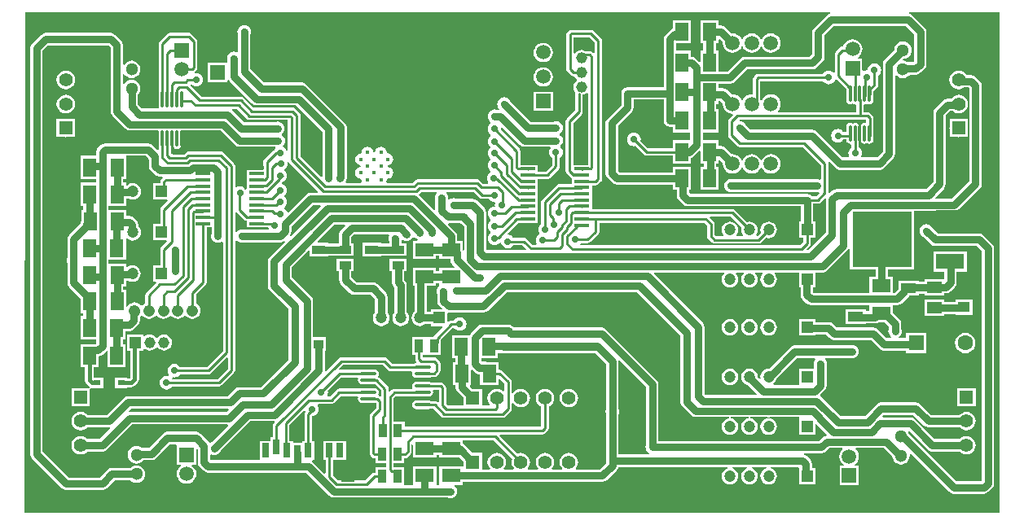
<source format=gbl>
G04*
G04 #@! TF.GenerationSoftware,Altium Limited,Altium Designer,20.2.5 (213)*
G04*
G04 Layer_Physical_Order=2*
G04 Layer_Color=16711680*
%FSLAX44Y44*%
%MOMM*%
G71*
G04*
G04 #@! TF.SameCoordinates,6FB6FDCA-9B6E-4508-9425-F46C68CC7845*
G04*
G04*
G04 #@! TF.FilePolarity,Positive*
G04*
G01*
G75*
%ADD16C,0.4000*%
%ADD17C,0.2540*%
%ADD24R,1.3700X1.9100*%
%ADD27R,1.3000X1.1000*%
%ADD29R,1.5082X1.2065*%
%ADD36R,1.1500X1.1500*%
%ADD43R,1.2000X1.2000*%
%ADD63C,1.1500*%
%ADD66C,1.2000*%
%ADD70C,1.4000*%
%ADD71R,1.4000X1.4000*%
%ADD74R,1.1500X1.1500*%
%ADD76R,1.4000X1.4000*%
%ADD79C,0.7620*%
%ADD80C,1.5000*%
%ADD81R,1.5000X1.5000*%
%ADD82C,0.4000*%
%ADD83C,1.6000*%
%ADD84R,1.6000X1.6000*%
%ADD85R,1.5000X1.5000*%
%ADD86C,1.3000*%
%ADD87R,1.3000X1.3000*%
%ADD88C,1.2080*%
%ADD89C,3.5000*%
%ADD90C,0.7000*%
%ADD91R,1.9100X1.3700*%
%ADD92R,0.9549X1.3562*%
G04:AMPARAMS|DCode=93|XSize=1.6554mm|YSize=0.3808mm|CornerRadius=0.1904mm|HoleSize=0mm|Usage=FLASHONLY|Rotation=0.000|XOffset=0mm|YOffset=0mm|HoleType=Round|Shape=RoundedRectangle|*
%AMROUNDEDRECTD93*
21,1,1.6554,0.0000,0,0,0.0*
21,1,1.2747,0.3808,0,0,0.0*
1,1,0.3808,0.6373,0.0000*
1,1,0.3808,-0.6373,0.0000*
1,1,0.3808,-0.6373,0.0000*
1,1,0.3808,0.6373,0.0000*
%
%ADD93ROUNDEDRECTD93*%
%ADD94R,1.6554X0.3808*%
%ADD95R,0.8000X1.5000*%
%ADD96R,1.3000X1.4000*%
%ADD97R,1.0000X0.9500*%
%ADD98R,1.4000X1.9000*%
%ADD99R,1.6000X1.0500*%
%ADD100R,0.8000X0.6000*%
%ADD101R,3.0000X1.6000*%
%ADD102R,6.2000X5.8000*%
%ADD103O,0.3000X1.7000*%
%ADD104R,1.4500X0.9500*%
%ADD105R,1.2621X0.8081*%
%ADD106R,1.6000X0.3000*%
G36*
X2995000Y870000D02*
X1982395D01*
X1981498Y870899D01*
X1982500Y1390000D01*
X2818646D01*
X2818771Y1388730D01*
X2817522Y1388482D01*
X2815422Y1387078D01*
X2802032Y1373688D01*
X2800628Y1371588D01*
X2800135Y1369110D01*
Y1346792D01*
X2797318Y1343974D01*
X2730000D01*
X2727522Y1343482D01*
X2725422Y1342078D01*
X2712318Y1328974D01*
X2702953D01*
Y1350237D01*
X2700038D01*
Y1357910D01*
X2702953D01*
Y1361884D01*
X2704224Y1362410D01*
X2707486Y1359147D01*
X2707373Y1358290D01*
X2707719Y1355669D01*
X2708730Y1353226D01*
X2710339Y1351129D01*
X2712437Y1349520D01*
X2714879Y1348508D01*
X2717500Y1348163D01*
X2720121Y1348508D01*
X2722563Y1349520D01*
X2724661Y1351129D01*
X2726270Y1353226D01*
X2726813Y1354537D01*
X2728187D01*
X2728730Y1353226D01*
X2730339Y1351129D01*
X2732437Y1349520D01*
X2734879Y1348508D01*
X2737500Y1348163D01*
X2740121Y1348508D01*
X2742563Y1349520D01*
X2744661Y1351129D01*
X2746270Y1353226D01*
X2746813Y1354537D01*
X2748187D01*
X2748730Y1353226D01*
X2750339Y1351129D01*
X2752437Y1349520D01*
X2754879Y1348508D01*
X2757500Y1348163D01*
X2760121Y1348508D01*
X2762563Y1349520D01*
X2764661Y1351129D01*
X2766270Y1353226D01*
X2767281Y1355669D01*
X2767627Y1358290D01*
X2767281Y1360911D01*
X2766270Y1363353D01*
X2764661Y1365450D01*
X2762563Y1367060D01*
X2760121Y1368071D01*
X2757500Y1368416D01*
X2754879Y1368071D01*
X2752437Y1367060D01*
X2750339Y1365450D01*
X2748730Y1363353D01*
X2748187Y1362043D01*
X2746813D01*
X2746270Y1363353D01*
X2744661Y1365450D01*
X2742563Y1367060D01*
X2740121Y1368071D01*
X2737500Y1368416D01*
X2734879Y1368071D01*
X2732437Y1367060D01*
X2730339Y1365450D01*
X2728730Y1363353D01*
X2728187Y1362043D01*
X2726813D01*
X2726270Y1363353D01*
X2724661Y1365450D01*
X2722563Y1367060D01*
X2720121Y1368071D01*
X2717500Y1368416D01*
X2716642Y1368304D01*
X2710368Y1374578D01*
X2708268Y1375982D01*
X2705790Y1376474D01*
X2702953D01*
Y1382090D01*
X2684174D01*
Y1357910D01*
X2687089D01*
Y1350237D01*
X2684174D01*
Y1339142D01*
X2683000Y1338656D01*
X2679578Y1342078D01*
X2677478Y1343482D01*
X2675000Y1343974D01*
X2674533D01*
Y1350237D01*
X2658974D01*
Y1357910D01*
X2674533D01*
Y1382090D01*
X2655753D01*
Y1373627D01*
X2655022Y1373482D01*
X2652922Y1372078D01*
X2647922Y1367078D01*
X2646518Y1364978D01*
X2646026Y1362500D01*
Y1312474D01*
X2608312D01*
X2605834Y1311982D01*
X2603734Y1310578D01*
X2602330Y1308478D01*
X2601837Y1306000D01*
Y1293994D01*
X2587422Y1279578D01*
X2586018Y1277478D01*
X2585526Y1275000D01*
Y1223000D01*
X2586018Y1220522D01*
X2587422Y1218422D01*
X2592922Y1212922D01*
X2595022Y1211518D01*
X2597500Y1211026D01*
X2655753D01*
Y1205410D01*
X2659315D01*
Y1200210D01*
X2659808Y1197732D01*
X2661212Y1195632D01*
X2666422Y1190422D01*
X2668522Y1189018D01*
X2671000Y1188526D01*
X2788526D01*
Y1172540D01*
X2786460D01*
Y1164253D01*
X2786427Y1164000D01*
X2786460Y1163747D01*
Y1155460D01*
X2791115D01*
Y1151609D01*
X2787491Y1147985D01*
X2559781D01*
X2559340Y1149137D01*
X2560042Y1150083D01*
X2566968D01*
X2568455Y1150379D01*
X2569715Y1151221D01*
X2577747Y1159253D01*
X2578589Y1160513D01*
X2578885Y1162000D01*
Y1171365D01*
X2688141D01*
X2691115Y1168391D01*
Y1157500D01*
X2691411Y1156013D01*
X2692253Y1154753D01*
X2696323Y1150683D01*
X2697584Y1149841D01*
X2699070Y1149545D01*
X2744430D01*
X2745917Y1149841D01*
X2747177Y1150683D01*
X2752349Y1155855D01*
X2752771Y1155680D01*
X2755000Y1155386D01*
X2757229Y1155680D01*
X2759307Y1156540D01*
X2761091Y1157909D01*
X2762460Y1159693D01*
X2763320Y1161771D01*
X2763614Y1164000D01*
X2763320Y1166229D01*
X2762460Y1168307D01*
X2761091Y1170091D01*
X2759307Y1171460D01*
X2757229Y1172320D01*
X2755000Y1172614D01*
X2752771Y1172320D01*
X2750693Y1171460D01*
X2748909Y1170091D01*
X2747540Y1168307D01*
X2746680Y1166229D01*
X2746386Y1164000D01*
X2746680Y1161771D01*
X2746855Y1161348D01*
X2743375Y1157869D01*
X2742726Y1157954D01*
X2742166Y1159310D01*
X2742460Y1159693D01*
X2743320Y1161771D01*
X2743614Y1164000D01*
X2743320Y1166229D01*
X2742460Y1168307D01*
X2741091Y1170091D01*
X2739307Y1171460D01*
X2737229Y1172320D01*
X2735000Y1172614D01*
X2732771Y1172320D01*
X2732348Y1172145D01*
X2719997Y1184497D01*
X2718737Y1185339D01*
X2717250Y1185635D01*
X2571310D01*
Y1197440D01*
Y1203940D01*
Y1210365D01*
X2575250D01*
X2576736Y1210661D01*
X2577997Y1211503D01*
X2580747Y1214253D01*
X2581589Y1215513D01*
X2581885Y1217000D01*
Y1360500D01*
X2581589Y1361987D01*
X2580747Y1363247D01*
X2572997Y1370997D01*
X2571736Y1371839D01*
X2570250Y1372135D01*
X2549988D01*
X2548501Y1371839D01*
X2547241Y1370997D01*
X2545753Y1369509D01*
X2544911Y1368249D01*
X2544615Y1366762D01*
Y1331388D01*
X2544911Y1329902D01*
X2545753Y1328642D01*
X2549392Y1325003D01*
X2550652Y1324161D01*
X2552139Y1323865D01*
X2553136D01*
X2553259Y1323569D01*
X2554588Y1321837D01*
X2555646Y1321026D01*
Y1319474D01*
X2554588Y1318663D01*
X2553259Y1316931D01*
X2552423Y1314914D01*
X2552139Y1312750D01*
X2552423Y1310586D01*
X2553259Y1308569D01*
X2554195Y1307348D01*
X2553927Y1306000D01*
Y1288421D01*
X2545253Y1279747D01*
X2544411Y1278487D01*
X2544115Y1277000D01*
Y1225362D01*
X2544411Y1223875D01*
X2545253Y1222615D01*
X2549635Y1218233D01*
X2550230Y1217835D01*
Y1211510D01*
X2537000D01*
X2535513Y1211214D01*
X2534253Y1210372D01*
X2519704Y1195823D01*
X2518862Y1194563D01*
X2518566Y1193076D01*
Y1170119D01*
X2517458Y1169269D01*
X2516336Y1167807D01*
X2515631Y1166104D01*
X2515390Y1164277D01*
X2515631Y1162449D01*
X2516336Y1160746D01*
X2516625Y1160371D01*
X2516166Y1158882D01*
X2515007Y1157992D01*
X2513885Y1156530D01*
X2513180Y1154827D01*
X2512940Y1153000D01*
X2513180Y1151173D01*
X2513714Y1149885D01*
X2513081Y1148615D01*
X2509573D01*
X2503441Y1154747D01*
X2502181Y1155589D01*
X2500694Y1155885D01*
X2489843D01*
X2488992Y1156992D01*
X2487530Y1158114D01*
X2485827Y1158820D01*
X2484460Y1159000D01*
X2483916Y1160253D01*
X2494799Y1171135D01*
X2504770D01*
X2506257Y1171431D01*
X2506270Y1171440D01*
X2515310D01*
Y1177940D01*
Y1184440D01*
Y1190940D01*
Y1197440D01*
Y1203940D01*
Y1210440D01*
Y1216865D01*
X2524750D01*
X2526237Y1217161D01*
X2527497Y1218003D01*
X2536747Y1227253D01*
X2537589Y1228513D01*
X2537885Y1230000D01*
Y1239157D01*
X2538992Y1240008D01*
X2540114Y1241470D01*
X2540820Y1243173D01*
X2541060Y1245000D01*
X2540820Y1246827D01*
X2540114Y1248530D01*
X2538992Y1249992D01*
X2538507Y1250365D01*
Y1251635D01*
X2538992Y1252008D01*
X2540114Y1253470D01*
X2540820Y1255173D01*
X2541060Y1257000D01*
X2540820Y1258827D01*
X2540114Y1260530D01*
X2538992Y1261992D01*
X2538033Y1262729D01*
X2537959Y1262899D01*
Y1264101D01*
X2538033Y1264271D01*
X2538992Y1265008D01*
X2540114Y1266470D01*
X2540820Y1268173D01*
X2541060Y1270000D01*
X2540820Y1271827D01*
X2540114Y1273530D01*
X2538992Y1274992D01*
X2537530Y1276115D01*
X2535827Y1276820D01*
X2534000Y1277060D01*
X2532173Y1276820D01*
X2531339Y1276474D01*
X2507682D01*
X2486460Y1297696D01*
X2486115Y1298530D01*
X2484992Y1299992D01*
X2483530Y1301115D01*
X2481827Y1301820D01*
X2480000Y1302060D01*
X2478173Y1301820D01*
X2476470Y1301115D01*
X2475007Y1299992D01*
X2473885Y1298530D01*
X2473180Y1296827D01*
X2472940Y1295000D01*
X2473180Y1293173D01*
X2473885Y1291470D01*
X2475007Y1290008D01*
X2475090Y1289944D01*
X2474659Y1288674D01*
X2472661D01*
X2471827Y1289020D01*
X2470000Y1289260D01*
X2468173Y1289020D01*
X2466470Y1288315D01*
X2465007Y1287192D01*
X2463885Y1285730D01*
X2463180Y1284027D01*
X2462940Y1282200D01*
X2463180Y1280373D01*
X2463885Y1278670D01*
X2465007Y1277208D01*
X2466128Y1276348D01*
X2466234Y1275964D01*
Y1275236D01*
X2466128Y1274852D01*
X2465007Y1273992D01*
X2463885Y1272530D01*
X2463180Y1270827D01*
X2462940Y1269000D01*
X2463180Y1267173D01*
X2463885Y1265470D01*
X2465007Y1264008D01*
X2465967Y1263271D01*
X2466041Y1263101D01*
Y1261899D01*
X2465967Y1261729D01*
X2465007Y1260992D01*
X2463885Y1259530D01*
X2463180Y1257827D01*
X2462940Y1256000D01*
X2463180Y1254173D01*
X2463885Y1252470D01*
X2465007Y1251008D01*
X2465493Y1250635D01*
Y1249365D01*
X2465007Y1248992D01*
X2463885Y1247530D01*
X2463180Y1245827D01*
X2462940Y1244000D01*
X2463180Y1242173D01*
X2463885Y1240470D01*
X2465007Y1239008D01*
X2465967Y1238271D01*
X2466041Y1238101D01*
Y1236899D01*
X2465967Y1236729D01*
X2465007Y1235992D01*
X2463885Y1234530D01*
X2463180Y1232827D01*
X2462940Y1231000D01*
X2463180Y1229173D01*
X2463885Y1227470D01*
X2465007Y1226008D01*
X2465921Y1225307D01*
X2465753Y1223863D01*
X2465682Y1223833D01*
X2464219Y1222711D01*
X2463097Y1221249D01*
X2462392Y1219546D01*
X2462151Y1217719D01*
X2462392Y1215891D01*
X2463097Y1214188D01*
X2463683Y1213425D01*
X2463057Y1212155D01*
X2458339D01*
X2455247Y1215247D01*
X2453987Y1216089D01*
X2453593Y1216167D01*
X2453591Y1216169D01*
X2452104Y1216465D01*
X2390080D01*
X2388593Y1216169D01*
X2387333Y1215327D01*
X2385021Y1213015D01*
X2358365D01*
X2357697Y1214285D01*
X2358072Y1216172D01*
X2358503Y1216785D01*
X2359000Y1217282D01*
X2361341Y1217748D01*
X2363326Y1219074D01*
X2364652Y1221059D01*
X2365117Y1223400D01*
X2364652Y1225741D01*
X2363326Y1227726D01*
X2361341Y1229052D01*
X2359024Y1229513D01*
X2358856Y1229786D01*
X2358856Y1231014D01*
X2359024Y1231287D01*
X2361341Y1231748D01*
X2363326Y1233074D01*
X2364652Y1235059D01*
X2365117Y1237400D01*
X2364652Y1239741D01*
X2363326Y1241726D01*
X2361341Y1243052D01*
X2359000Y1243518D01*
X2358503Y1244015D01*
X2358072Y1244628D01*
X2357652Y1246741D01*
X2356326Y1248726D01*
X2354341Y1250052D01*
X2352000Y1250518D01*
X2349659Y1250052D01*
X2347674Y1248726D01*
X2346348Y1246741D01*
X2346067Y1245329D01*
X2344690Y1244381D01*
X2344172Y1244486D01*
X2344072Y1244628D01*
X2343652Y1246741D01*
X2342326Y1248726D01*
X2340341Y1250052D01*
X2338000Y1250518D01*
X2335659Y1250052D01*
X2333674Y1248726D01*
X2332348Y1246741D01*
X2331882Y1244400D01*
X2331385Y1243903D01*
X2330772Y1243472D01*
X2328659Y1243052D01*
X2326674Y1241726D01*
X2325348Y1239741D01*
X2324883Y1237400D01*
X2325348Y1235059D01*
X2326674Y1233074D01*
X2328659Y1231748D01*
X2330575Y1231367D01*
X2331044Y1230400D01*
X2330575Y1229433D01*
X2328659Y1229052D01*
X2326674Y1227726D01*
X2325348Y1225741D01*
X2324883Y1223400D01*
X2325348Y1221059D01*
X2326674Y1219074D01*
X2328659Y1217748D01*
X2330772Y1217328D01*
X2331385Y1216897D01*
X2331882Y1216400D01*
X2332303Y1214285D01*
X2331635Y1213015D01*
X2316125D01*
X2315564Y1214154D01*
X2315614Y1214220D01*
X2316320Y1215923D01*
X2316560Y1217750D01*
X2316474Y1218403D01*
Y1270868D01*
X2315982Y1273346D01*
X2314578Y1275446D01*
X2274697Y1315328D01*
X2272596Y1316732D01*
X2270118Y1317224D01*
X2230682D01*
X2216474Y1331432D01*
Y1367339D01*
X2216820Y1368173D01*
X2217060Y1370000D01*
X2216820Y1371827D01*
X2216115Y1373530D01*
X2214992Y1374992D01*
X2213530Y1376115D01*
X2211827Y1376820D01*
X2210000Y1377060D01*
X2208173Y1376820D01*
X2206470Y1376115D01*
X2205008Y1374992D01*
X2203885Y1373530D01*
X2203180Y1371827D01*
X2202940Y1370000D01*
X2203180Y1368173D01*
X2203526Y1367339D01*
Y1349468D01*
X2202256Y1348807D01*
X2201017Y1349320D01*
X2199190Y1349560D01*
X2197363Y1349320D01*
X2195660Y1348615D01*
X2194198Y1347493D01*
X2193076Y1346030D01*
X2192370Y1344327D01*
X2192130Y1342500D01*
X2192370Y1340673D01*
X2192716Y1339839D01*
Y1338737D01*
X2192540Y1337540D01*
X2191446Y1337540D01*
X2172460D01*
Y1317460D01*
X2192540D01*
Y1319547D01*
X2193810Y1319932D01*
X2194612Y1318732D01*
X2217922Y1295422D01*
X2220022Y1294018D01*
X2222500Y1293526D01*
X2263818D01*
X2291026Y1266318D01*
Y1220161D01*
X2290852Y1219742D01*
X2289507Y1219291D01*
X2268605Y1240193D01*
Y1282780D01*
X2268309Y1284267D01*
X2267467Y1285527D01*
X2262747Y1290247D01*
X2261487Y1291089D01*
X2260000Y1291385D01*
X2219109D01*
X2209137Y1301357D01*
X2207877Y1302199D01*
X2206390Y1302495D01*
X2165499D01*
X2154010Y1313984D01*
X2154465Y1315325D01*
X2154736Y1315361D01*
X2155008Y1315008D01*
X2156470Y1313885D01*
X2158173Y1313180D01*
X2160000Y1312940D01*
X2161827Y1313180D01*
X2163530Y1313885D01*
X2164992Y1315008D01*
X2166115Y1316470D01*
X2166820Y1318173D01*
X2167060Y1320000D01*
X2166820Y1321827D01*
X2166115Y1323530D01*
X2164992Y1324992D01*
X2163530Y1326115D01*
X2161827Y1326820D01*
X2160000Y1327060D01*
X2159063Y1326937D01*
X2158604Y1328158D01*
X2158747Y1328253D01*
X2160247Y1329753D01*
X2161089Y1331013D01*
X2161385Y1332500D01*
Y1360000D01*
X2161089Y1361487D01*
X2160247Y1362747D01*
X2155247Y1367747D01*
X2153987Y1368589D01*
X2152500Y1368885D01*
X2132500D01*
X2131013Y1368589D01*
X2129753Y1367747D01*
X2122253Y1360247D01*
X2121411Y1358987D01*
X2121115Y1357500D01*
Y1308179D01*
X2120881Y1307000D01*
Y1293000D01*
X2121131Y1291744D01*
X2120417Y1290474D01*
X2103682D01*
X2099474Y1294682D01*
Y1304588D01*
X2100896Y1306441D01*
X2101807Y1308640D01*
X2102118Y1311000D01*
X2101807Y1313360D01*
X2100896Y1315559D01*
X2099447Y1317447D01*
X2097559Y1318896D01*
X2095360Y1319807D01*
X2093000Y1320118D01*
X2090640Y1319807D01*
X2088441Y1318896D01*
X2086553Y1317447D01*
X2085244Y1315742D01*
X2084556Y1315816D01*
X2083974Y1316089D01*
Y1325911D01*
X2084556Y1326184D01*
X2085244Y1326257D01*
X2086553Y1324553D01*
X2088441Y1323104D01*
X2090640Y1322193D01*
X2093000Y1321882D01*
X2095360Y1322193D01*
X2097559Y1323104D01*
X2099447Y1324553D01*
X2100896Y1326441D01*
X2101807Y1328640D01*
X2102118Y1331000D01*
X2101807Y1333360D01*
X2100896Y1335559D01*
X2099447Y1337447D01*
X2097559Y1338896D01*
X2095360Y1339807D01*
X2093000Y1340118D01*
X2090640Y1339807D01*
X2088441Y1338896D01*
X2086553Y1337447D01*
X2085244Y1335742D01*
X2084556Y1335816D01*
X2083974Y1336089D01*
Y1356250D01*
X2083482Y1358728D01*
X2082078Y1360828D01*
X2075828Y1367078D01*
X2073728Y1368482D01*
X2071250Y1368974D01*
X2003500D01*
X2001022Y1368482D01*
X1998922Y1367078D01*
X1989422Y1357578D01*
X1988018Y1355478D01*
X1987526Y1353000D01*
Y931000D01*
X1988018Y928522D01*
X1989422Y926422D01*
X2020422Y895422D01*
X2022522Y894018D01*
X2025000Y893526D01*
X2062500D01*
X2064978Y894018D01*
X2067078Y895422D01*
X2075182Y903526D01*
X2091588D01*
X2093441Y902104D01*
X2095640Y901193D01*
X2098000Y900882D01*
X2100360Y901193D01*
X2102559Y902104D01*
X2104447Y903553D01*
X2105896Y905441D01*
X2106807Y907640D01*
X2107118Y910000D01*
X2106807Y912360D01*
X2105896Y914559D01*
X2104447Y916447D01*
X2102559Y917896D01*
X2100360Y918807D01*
X2098000Y919118D01*
X2095640Y918807D01*
X2093441Y917896D01*
X2091588Y916474D01*
X2072500D01*
X2070022Y915982D01*
X2067922Y914578D01*
X2059818Y906474D01*
X2027682D01*
X2000474Y933682D01*
Y1350318D01*
X2006182Y1356026D01*
X2068568D01*
X2071026Y1353568D01*
Y1287500D01*
X2071518Y1285022D01*
X2072922Y1282922D01*
X2086582Y1269262D01*
X2088682Y1267858D01*
X2091160Y1267366D01*
X2120152D01*
X2120957Y1266384D01*
X2120881Y1266000D01*
Y1252000D01*
X2121115Y1250821D01*
Y1247689D01*
X2119845Y1247052D01*
X2119434Y1247222D01*
X2114578Y1252078D01*
X2112478Y1253482D01*
X2110000Y1253974D01*
X2065000D01*
X2062522Y1253482D01*
X2060422Y1252078D01*
X2057922Y1249578D01*
X2056518Y1247478D01*
X2056026Y1245000D01*
Y1241090D01*
X2039900D01*
Y1216910D01*
X2056026D01*
Y1213090D01*
X2039900D01*
Y1188910D01*
X2042816D01*
Y1184590D01*
X2040400D01*
Y1172635D01*
X2040268Y1172438D01*
X2039955Y1170863D01*
X2027922Y1158830D01*
X2026518Y1156730D01*
X2026026Y1154252D01*
Y1135161D01*
X2025680Y1134327D01*
X2025440Y1132500D01*
X2025680Y1130673D01*
X2026026Y1129839D01*
Y1109120D01*
X2026518Y1106643D01*
X2027922Y1104542D01*
X2039900Y1092564D01*
Y1077540D01*
X2042711D01*
Y1074374D01*
X2039690D01*
Y1050194D01*
X2056026D01*
Y1045885D01*
X2055354Y1045214D01*
X2052120D01*
X2051494Y1045090D01*
X2039690D01*
Y1020910D01*
X2044451D01*
Y1007343D01*
X2044451Y1007343D01*
X2044803Y1005572D01*
X2045807Y1004070D01*
X2048150Y1001727D01*
X2048150Y1001727D01*
X2049652Y1000723D01*
X2049311Y999540D01*
X2048738Y999540D01*
X2040319D01*
X2040000Y999582D01*
X2039681Y999540D01*
X2030460D01*
Y990319D01*
X2030418Y990000D01*
X2030460Y989681D01*
Y980460D01*
X2039681D01*
X2040000Y980418D01*
X2040319Y980460D01*
X2049540D01*
Y989681D01*
X2049582Y990000D01*
X2049540Y990319D01*
Y998365D01*
X2049540Y998530D01*
X2050360Y999460D01*
X2050602Y999460D01*
X2063440D01*
Y1010540D01*
X2053709D01*
Y1020910D01*
X2058470D01*
Y1032352D01*
X2060514Y1032758D01*
X2062614Y1034162D01*
X2066840Y1038388D01*
X2068110Y1038051D01*
Y1020910D01*
X2086890D01*
Y1045090D01*
X2083974D01*
Y1050194D01*
X2086890D01*
Y1058850D01*
X2090500D01*
X2092978Y1059343D01*
X2095078Y1060746D01*
X2099542Y1065210D01*
X2100945Y1067310D01*
X2101438Y1069788D01*
Y1073358D01*
X2102119Y1073881D01*
X2102700Y1074637D01*
X2104300D01*
X2104881Y1073881D01*
X2106673Y1072505D01*
X2108760Y1071641D01*
X2111000Y1071346D01*
X2113240Y1071641D01*
X2115327Y1072505D01*
X2117119Y1073881D01*
X2117700Y1074637D01*
X2119300D01*
X2119881Y1073881D01*
X2121673Y1072505D01*
X2123760Y1071641D01*
X2126000Y1071346D01*
X2128240Y1071641D01*
X2130327Y1072505D01*
X2132119Y1073881D01*
X2132700Y1074637D01*
X2134300D01*
X2134881Y1073881D01*
X2136673Y1072505D01*
X2138760Y1071641D01*
X2141000Y1071346D01*
X2143240Y1071641D01*
X2145327Y1072505D01*
X2147119Y1073881D01*
X2147700Y1074637D01*
X2149300D01*
X2149881Y1073881D01*
X2151673Y1072505D01*
X2153760Y1071641D01*
X2156000Y1071346D01*
X2158240Y1071641D01*
X2160327Y1072505D01*
X2162119Y1073881D01*
X2163495Y1075673D01*
X2164359Y1077760D01*
X2164654Y1080000D01*
X2164359Y1082240D01*
X2163495Y1084327D01*
X2162119Y1086119D01*
X2160327Y1087495D01*
X2159885Y1087678D01*
Y1096891D01*
X2169747Y1106753D01*
X2170589Y1108013D01*
X2170885Y1109500D01*
Y1166460D01*
X2176026D01*
Y1160161D01*
X2175680Y1159327D01*
X2175440Y1157500D01*
X2175680Y1155673D01*
X2176385Y1153970D01*
X2177508Y1152508D01*
X2178970Y1151385D01*
X2180673Y1150680D01*
X2182500Y1150440D01*
X2184327Y1150680D01*
X2186030Y1151385D01*
X2186495Y1151742D01*
X2187765Y1151116D01*
Y1038259D01*
X2170891Y1021385D01*
X2143342D01*
X2142492Y1022492D01*
X2141030Y1023615D01*
X2139327Y1024320D01*
X2137500Y1024560D01*
X2135673Y1024320D01*
X2133970Y1023615D01*
X2132507Y1022492D01*
X2131385Y1021030D01*
X2130680Y1019327D01*
X2130440Y1017500D01*
X2130680Y1015673D01*
X2131385Y1013970D01*
X2131679Y1013587D01*
X2131396Y1011870D01*
X2131219Y1011753D01*
X2131057Y1011820D01*
X2129230Y1012060D01*
X2127403Y1011820D01*
X2125700Y1011115D01*
X2124238Y1009992D01*
X2123116Y1008530D01*
X2122410Y1006827D01*
X2122170Y1005000D01*
X2122410Y1003173D01*
X2123116Y1001470D01*
X2124238Y1000008D01*
X2125700Y998885D01*
X2127403Y998180D01*
X2129230Y997940D01*
X2131057Y998180D01*
X2132760Y998885D01*
X2134223Y1000008D01*
X2135072Y1001115D01*
X2183630D01*
X2185117Y1001411D01*
X2186377Y1002253D01*
X2199477Y1015353D01*
X2200319Y1016613D01*
X2200615Y1018100D01*
Y1152888D01*
X2201885Y1153319D01*
X2202508Y1152508D01*
X2203970Y1151385D01*
X2205673Y1150680D01*
X2207500Y1150440D01*
X2209327Y1150680D01*
X2210161Y1151026D01*
X2247500D01*
X2249978Y1151518D01*
X2251751Y1152704D01*
X2252561Y1151717D01*
X2236422Y1135578D01*
X2235018Y1133478D01*
X2234526Y1131000D01*
Y1106000D01*
X2235018Y1103522D01*
X2236422Y1101422D01*
X2256186Y1081658D01*
Y1029092D01*
X2227318Y1000224D01*
X2204750D01*
X2202272Y999732D01*
X2200172Y998328D01*
X2192818Y990974D01*
X2089500D01*
X2087022Y990482D01*
X2084922Y989078D01*
X2067318Y971474D01*
X2047057D01*
X2046804Y971804D01*
X2044811Y973333D01*
X2042491Y974294D01*
X2040000Y974622D01*
X2037510Y974294D01*
X2035189Y973333D01*
X2033196Y971804D01*
X2031667Y969811D01*
X2030706Y967490D01*
X2030378Y965000D01*
X2030706Y962510D01*
X2031667Y960189D01*
X2033196Y958196D01*
X2035189Y956667D01*
X2037510Y955706D01*
X2040000Y955378D01*
X2042491Y955706D01*
X2044811Y956667D01*
X2046804Y958196D01*
X2047057Y958526D01*
X2070000D01*
X2070188Y958563D01*
X2070787Y957443D01*
X2059818Y946474D01*
X2047057D01*
X2046804Y946804D01*
X2044811Y948333D01*
X2042491Y949294D01*
X2040000Y949622D01*
X2037510Y949294D01*
X2035189Y948333D01*
X2033196Y946804D01*
X2031667Y944811D01*
X2030706Y942490D01*
X2030378Y940000D01*
X2030706Y937510D01*
X2031667Y935189D01*
X2033196Y933196D01*
X2035189Y931667D01*
X2037510Y930706D01*
X2040000Y930378D01*
X2042491Y930706D01*
X2044811Y931667D01*
X2046804Y933196D01*
X2047057Y933526D01*
X2062500D01*
X2064978Y934018D01*
X2067078Y935422D01*
X2093432Y961776D01*
X2192723D01*
X2193250Y960506D01*
X2176268Y943524D01*
X2175280Y943114D01*
X2174656Y942636D01*
X2173403Y942843D01*
X2172578Y944078D01*
X2164578Y952078D01*
X2162478Y953482D01*
X2160000Y953974D01*
X2130000D01*
X2127522Y953482D01*
X2125422Y952078D01*
X2110848Y937504D01*
X2103071D01*
X2102559Y937896D01*
X2100360Y938807D01*
X2098000Y939118D01*
X2095640Y938807D01*
X2093441Y937896D01*
X2091553Y936447D01*
X2090104Y934559D01*
X2089193Y932360D01*
X2088882Y930000D01*
X2089193Y927640D01*
X2090104Y925441D01*
X2091553Y923553D01*
X2093441Y922104D01*
X2095640Y921193D01*
X2098000Y920882D01*
X2100360Y921193D01*
X2102559Y922104D01*
X2104447Y923553D01*
X2105217Y924555D01*
X2113529D01*
X2116007Y925048D01*
X2118107Y926451D01*
X2132682Y941026D01*
X2139274D01*
X2139960Y940040D01*
Y930351D01*
X2139914Y930000D01*
X2139960Y929649D01*
Y919960D01*
X2143982D01*
X2144834Y918832D01*
X2144833Y918690D01*
X2142839Y917161D01*
X2141230Y915063D01*
X2140219Y912621D01*
X2139873Y910000D01*
X2140219Y907379D01*
X2141230Y904937D01*
X2142839Y902839D01*
X2144937Y901230D01*
X2147379Y900218D01*
X2150000Y899873D01*
X2152621Y900218D01*
X2155063Y901230D01*
X2157161Y902839D01*
X2158770Y904937D01*
X2159782Y907379D01*
X2160127Y910000D01*
X2159782Y912621D01*
X2158770Y915063D01*
X2157161Y917161D01*
X2155168Y918690D01*
X2155166Y918832D01*
X2156018Y919960D01*
X2160040D01*
Y929649D01*
X2160086Y930000D01*
X2160040Y930351D01*
Y935350D01*
X2161310Y936029D01*
X2161526Y935885D01*
Y922464D01*
X2162018Y919986D01*
X2163422Y917886D01*
X2167886Y913422D01*
X2169986Y912018D01*
X2172464Y911526D01*
X2262839D01*
X2263673Y911180D01*
X2265500Y910940D01*
X2267327Y911180D01*
X2268161Y911526D01*
X2274318D01*
X2298482Y887362D01*
X2300582Y885958D01*
X2303060Y885465D01*
X2421484D01*
X2422173Y885180D01*
X2424000Y884940D01*
X2425827Y885180D01*
X2427530Y885885D01*
X2428992Y887008D01*
X2430114Y888470D01*
X2430820Y890173D01*
X2431060Y892000D01*
X2430820Y893827D01*
X2430114Y895530D01*
X2428992Y896992D01*
X2428172Y897622D01*
X2428603Y898892D01*
X2437089D01*
Y901808D01*
X2582250D01*
X2584727Y902301D01*
X2586828Y903704D01*
X2597078Y913954D01*
X2598482Y916055D01*
X2598774Y917526D01*
X2712512D01*
X2712771Y916320D01*
X2710693Y915460D01*
X2708909Y914091D01*
X2707540Y912307D01*
X2706680Y910229D01*
X2706386Y908000D01*
X2706680Y905771D01*
X2707540Y903693D01*
X2708909Y901909D01*
X2710693Y900540D01*
X2712771Y899680D01*
X2715000Y899386D01*
X2717229Y899680D01*
X2719307Y900540D01*
X2721091Y901909D01*
X2722460Y903693D01*
X2723320Y905771D01*
X2723614Y908000D01*
X2723320Y910229D01*
X2722460Y912307D01*
X2721091Y914091D01*
X2719307Y915460D01*
X2717229Y916320D01*
X2717488Y917526D01*
X2732512D01*
X2732771Y916320D01*
X2730693Y915460D01*
X2728909Y914091D01*
X2727540Y912307D01*
X2726680Y910229D01*
X2726386Y908000D01*
X2726680Y905771D01*
X2727540Y903693D01*
X2728909Y901909D01*
X2730693Y900540D01*
X2732771Y899680D01*
X2735000Y899386D01*
X2737229Y899680D01*
X2739307Y900540D01*
X2741091Y901909D01*
X2742460Y903693D01*
X2743320Y905771D01*
X2743614Y908000D01*
X2743320Y910229D01*
X2742460Y912307D01*
X2741091Y914091D01*
X2739307Y915460D01*
X2737229Y916320D01*
X2737488Y917526D01*
X2752512D01*
X2752771Y916320D01*
X2750693Y915460D01*
X2748909Y914091D01*
X2747540Y912307D01*
X2746680Y910229D01*
X2746386Y908000D01*
X2746680Y905771D01*
X2747540Y903693D01*
X2748909Y901909D01*
X2750693Y900540D01*
X2752771Y899680D01*
X2755000Y899386D01*
X2757229Y899680D01*
X2759307Y900540D01*
X2761091Y901909D01*
X2762460Y903693D01*
X2763320Y905771D01*
X2763614Y908000D01*
X2763320Y910229D01*
X2762460Y912307D01*
X2761091Y914091D01*
X2759307Y915460D01*
X2757229Y916320D01*
X2757488Y917526D01*
X2785774D01*
X2786460Y916540D01*
Y908253D01*
X2786427Y908000D01*
X2786460Y907747D01*
Y899460D01*
X2794747D01*
X2795000Y899427D01*
X2795253Y899460D01*
X2803540D01*
Y907747D01*
X2803573Y908000D01*
X2803540Y908253D01*
Y916540D01*
X2800224D01*
Y920500D01*
X2799732Y922978D01*
X2798328Y925078D01*
X2794828Y928578D01*
X2792728Y929982D01*
X2791350Y930256D01*
X2791475Y931526D01*
X2810000D01*
X2812478Y932018D01*
X2814578Y933422D01*
X2818292Y937136D01*
X2831536D01*
X2831944Y935933D01*
X2831589Y935661D01*
X2829980Y933563D01*
X2828969Y931121D01*
X2828623Y928500D01*
X2828969Y925879D01*
X2829980Y923437D01*
X2831589Y921339D01*
X2833582Y919810D01*
X2833584Y919668D01*
X2832732Y918540D01*
X2828710D01*
Y908851D01*
X2828664Y908500D01*
X2828710Y908148D01*
Y898460D01*
X2838398D01*
X2838750Y898414D01*
X2839102Y898460D01*
X2848790D01*
Y908148D01*
X2848836Y908500D01*
X2848790Y908851D01*
Y918540D01*
X2844768D01*
X2843916Y919668D01*
X2843918Y919810D01*
X2845911Y921339D01*
X2847520Y923437D01*
X2848531Y925879D01*
X2848877Y928500D01*
X2848531Y931121D01*
X2847520Y933563D01*
X2845911Y935661D01*
X2845556Y935933D01*
X2845964Y937136D01*
X2874708D01*
X2883464Y928380D01*
X2883693Y926640D01*
X2884604Y924441D01*
X2886053Y922553D01*
X2887941Y921104D01*
X2890140Y920193D01*
X2892500Y919882D01*
X2894860Y920193D01*
X2897059Y921104D01*
X2898947Y922553D01*
X2900396Y924441D01*
X2901307Y926640D01*
X2901618Y929000D01*
X2901475Y930090D01*
X2902547Y931453D01*
X2902855Y931489D01*
X2942922Y891422D01*
X2945022Y890018D01*
X2947500Y889526D01*
X2978536D01*
X2981014Y890018D01*
X2983114Y891422D01*
X2987578Y895886D01*
X2988982Y897986D01*
X2989474Y900464D01*
Y1144536D01*
X2988982Y1147014D01*
X2987578Y1149114D01*
X2978346Y1158346D01*
X2976246Y1159750D01*
X2973768Y1160242D01*
X2930914D01*
X2925460Y1165696D01*
X2925114Y1166530D01*
X2923993Y1167992D01*
X2922530Y1169115D01*
X2920827Y1169820D01*
X2919000Y1170060D01*
X2917173Y1169820D01*
X2915470Y1169115D01*
X2914008Y1167992D01*
X2912885Y1166530D01*
X2912180Y1164827D01*
X2911940Y1163000D01*
X2912180Y1161173D01*
X2912885Y1159470D01*
X2914008Y1158008D01*
X2915470Y1156886D01*
X2916304Y1156540D01*
X2923654Y1149190D01*
X2925754Y1147787D01*
X2928232Y1147294D01*
X2971086D01*
X2976526Y1141854D01*
Y903146D01*
X2975854Y902474D01*
X2950182D01*
X2901309Y951347D01*
X2901307Y951360D01*
X2900396Y953559D01*
X2900092Y953956D01*
X2901049Y954795D01*
X2920422Y935422D01*
X2922522Y934018D01*
X2925000Y933526D01*
X2953443D01*
X2953696Y933196D01*
X2955689Y931667D01*
X2958010Y930706D01*
X2960500Y930378D01*
X2962990Y930706D01*
X2965311Y931667D01*
X2967304Y933196D01*
X2968833Y935189D01*
X2969794Y937510D01*
X2970122Y940000D01*
X2969794Y942490D01*
X2968833Y944811D01*
X2967304Y946804D01*
X2965311Y948333D01*
X2962990Y949294D01*
X2960500Y949622D01*
X2958010Y949294D01*
X2955689Y948333D01*
X2953696Y946804D01*
X2953443Y946474D01*
X2927682D01*
X2906968Y967188D01*
X2904868Y968592D01*
X2902390Y969084D01*
X2873580D01*
X2873094Y970258D01*
X2874362Y971526D01*
X2905442D01*
X2916546Y960422D01*
X2918646Y959018D01*
X2921124Y958526D01*
X2953443D01*
X2953696Y958196D01*
X2955689Y956667D01*
X2958010Y955706D01*
X2960500Y955378D01*
X2962990Y955706D01*
X2965311Y956667D01*
X2967304Y958196D01*
X2968833Y960189D01*
X2969794Y962510D01*
X2970122Y965000D01*
X2969794Y967490D01*
X2968833Y969811D01*
X2967304Y971804D01*
X2965311Y973333D01*
X2962990Y974294D01*
X2960500Y974622D01*
X2958010Y974294D01*
X2955689Y973333D01*
X2953696Y971804D01*
X2953443Y971474D01*
X2923806D01*
X2912702Y982578D01*
X2910602Y983982D01*
X2908124Y984474D01*
X2871680D01*
X2869202Y983982D01*
X2867102Y982578D01*
X2854928Y970404D01*
X2829675D01*
X2809502Y990578D01*
X2808468Y991268D01*
X2808344Y992532D01*
X2813280Y997469D01*
X2814684Y999569D01*
X2815176Y1002047D01*
Y1021940D01*
X2815522Y1022774D01*
X2815762Y1024601D01*
X2815522Y1026429D01*
X2814816Y1028132D01*
X2813762Y1029506D01*
X2813833Y1029894D01*
X2814240Y1030776D01*
X2839089D01*
X2839922Y1030430D01*
X2841750Y1030190D01*
X2843577Y1030430D01*
X2845280Y1031135D01*
X2846742Y1032258D01*
X2847864Y1033720D01*
X2848570Y1035423D01*
X2848810Y1037250D01*
X2848570Y1039077D01*
X2847864Y1040780D01*
X2846742Y1042242D01*
X2845280Y1043364D01*
X2843577Y1044070D01*
X2841750Y1044310D01*
X2839922Y1044070D01*
X2839089Y1043724D01*
X2781850D01*
X2779372Y1043232D01*
X2777272Y1041828D01*
X2755051Y1019607D01*
X2755000Y1019614D01*
X2752771Y1019320D01*
X2750693Y1018460D01*
X2748909Y1017091D01*
X2747540Y1015307D01*
X2746680Y1013229D01*
X2746386Y1011000D01*
X2746543Y1009809D01*
X2745340Y1009216D01*
X2743607Y1010949D01*
X2743614Y1011000D01*
X2743320Y1013229D01*
X2742460Y1015307D01*
X2741091Y1017091D01*
X2739307Y1018460D01*
X2737229Y1019320D01*
X2735000Y1019614D01*
X2732771Y1019320D01*
X2730693Y1018460D01*
X2728909Y1017091D01*
X2727540Y1015307D01*
X2726680Y1013229D01*
X2726386Y1011000D01*
X2726680Y1008771D01*
X2727540Y1006693D01*
X2728909Y1004909D01*
X2730693Y1003540D01*
X2732771Y1002680D01*
X2733684Y1002559D01*
X2742596Y993648D01*
X2742110Y992474D01*
X2708591D01*
X2708139Y992384D01*
X2689146D01*
X2688474Y993055D01*
Y1063000D01*
X2687982Y1065478D01*
X2686578Y1067578D01*
X2635484Y1118672D01*
X2635970Y1119846D01*
X2708569D01*
X2708836Y1119059D01*
X2708898Y1118576D01*
X2707540Y1116807D01*
X2706680Y1114729D01*
X2706386Y1112500D01*
X2706680Y1110271D01*
X2707540Y1108193D01*
X2708909Y1106409D01*
X2710693Y1105040D01*
X2712771Y1104180D01*
X2715000Y1103886D01*
X2717229Y1104180D01*
X2719307Y1105040D01*
X2721091Y1106409D01*
X2722460Y1108193D01*
X2723320Y1110271D01*
X2723614Y1112500D01*
X2723320Y1114729D01*
X2722460Y1116807D01*
X2721103Y1118576D01*
X2721164Y1119059D01*
X2721431Y1119846D01*
X2728569D01*
X2728836Y1119059D01*
X2728897Y1118576D01*
X2727540Y1116807D01*
X2726680Y1114729D01*
X2726386Y1112500D01*
X2726680Y1110271D01*
X2727540Y1108193D01*
X2728909Y1106409D01*
X2730693Y1105040D01*
X2732771Y1104180D01*
X2735000Y1103886D01*
X2737229Y1104180D01*
X2739307Y1105040D01*
X2741091Y1106409D01*
X2742460Y1108193D01*
X2743320Y1110271D01*
X2743614Y1112500D01*
X2743320Y1114729D01*
X2742460Y1116807D01*
X2741103Y1118576D01*
X2741164Y1119059D01*
X2741431Y1119846D01*
X2748569D01*
X2748836Y1119059D01*
X2748898Y1118576D01*
X2747540Y1116807D01*
X2746680Y1114729D01*
X2746386Y1112500D01*
X2746680Y1110271D01*
X2747540Y1108193D01*
X2748909Y1106409D01*
X2750693Y1105040D01*
X2752771Y1104180D01*
X2755000Y1103886D01*
X2757229Y1104180D01*
X2759307Y1105040D01*
X2761091Y1106409D01*
X2762460Y1108193D01*
X2763320Y1110271D01*
X2763614Y1112500D01*
X2763320Y1114729D01*
X2762460Y1116807D01*
X2761103Y1118576D01*
X2761164Y1119059D01*
X2761431Y1119846D01*
X2786460D01*
Y1112753D01*
X2786427Y1112500D01*
X2786460Y1112247D01*
Y1103960D01*
X2788216D01*
Y1096464D01*
X2788708Y1093986D01*
X2790112Y1091886D01*
X2794576Y1087422D01*
X2796676Y1086018D01*
X2799154Y1085526D01*
X2859910D01*
Y1079746D01*
X2856040D01*
Y1081507D01*
X2834960D01*
Y1065928D01*
X2856040D01*
Y1066798D01*
X2865159D01*
X2867636Y1067291D01*
X2868733Y1068024D01*
X2875520D01*
X2880026Y1063518D01*
Y1061371D01*
X2879680Y1060537D01*
X2879440Y1058710D01*
X2879680Y1056883D01*
X2880385Y1055180D01*
X2881508Y1053718D01*
X2882776Y1052744D01*
X2882685Y1052002D01*
X2882432Y1051474D01*
X2877682D01*
X2868578Y1060578D01*
X2866478Y1061982D01*
X2864000Y1062474D01*
X2825682D01*
X2821978Y1066178D01*
X2819878Y1067581D01*
X2817400Y1068074D01*
X2803540D01*
Y1071040D01*
X2795253D01*
X2795000Y1071073D01*
X2794747Y1071040D01*
X2786460D01*
Y1062753D01*
X2786427Y1062500D01*
X2786460Y1062247D01*
Y1053960D01*
X2794747D01*
X2795000Y1053926D01*
X2795253Y1053960D01*
X2803540D01*
Y1055126D01*
X2814718D01*
X2818422Y1051422D01*
X2820522Y1050018D01*
X2823000Y1049526D01*
X2861318D01*
X2870422Y1040422D01*
X2872522Y1039018D01*
X2875000Y1038526D01*
X2898060D01*
Y1035710D01*
X2919140D01*
Y1056790D01*
X2898060D01*
Y1051474D01*
X2890569D01*
X2890315Y1052002D01*
X2890224Y1052744D01*
X2891492Y1053718D01*
X2892614Y1055180D01*
X2893320Y1056883D01*
X2893560Y1058710D01*
X2893320Y1060537D01*
X2892975Y1061371D01*
Y1066200D01*
X2892482Y1068678D01*
X2891078Y1070778D01*
X2884090Y1077766D01*
Y1085526D01*
X2888491D01*
X2890969Y1086018D01*
X2893069Y1087422D01*
X2900783Y1095136D01*
X2900978Y1095427D01*
X2910935D01*
Y1097526D01*
X2917169D01*
Y1095427D01*
X2937331D01*
Y1098026D01*
X2939346D01*
X2941824Y1098518D01*
X2943924Y1099922D01*
X2948388Y1104386D01*
X2949792Y1106486D01*
X2950284Y1108964D01*
Y1120610D01*
X2961290D01*
Y1141690D01*
X2926210D01*
Y1120610D01*
X2937336D01*
Y1113841D01*
X2937331Y1112572D01*
X2917169D01*
Y1110474D01*
X2910935D01*
Y1111008D01*
X2889855D01*
Y1104626D01*
X2889731Y1104000D01*
Y1102395D01*
X2885810Y1098474D01*
X2884090D01*
Y1115223D01*
X2878974D01*
Y1122460D01*
X2906390D01*
Y1183456D01*
X2947930D01*
X2950408Y1183948D01*
X2952508Y1185352D01*
X2974578Y1207422D01*
X2975982Y1209522D01*
X2976474Y1212000D01*
Y1314000D01*
X2975982Y1316478D01*
X2974578Y1318578D01*
X2969799Y1323357D01*
X2967698Y1324761D01*
X2965221Y1325254D01*
X2960493D01*
X2959304Y1326804D01*
X2957311Y1328333D01*
X2954991Y1329294D01*
X2952500Y1329622D01*
X2950009Y1329294D01*
X2947689Y1328333D01*
X2945696Y1326804D01*
X2944167Y1324811D01*
X2943206Y1322490D01*
X2942878Y1320000D01*
X2943206Y1317510D01*
X2944167Y1315189D01*
X2945696Y1313196D01*
X2947689Y1311667D01*
X2950009Y1310706D01*
X2952500Y1310378D01*
X2954991Y1310706D01*
X2957311Y1311667D01*
X2958143Y1312305D01*
X2962539D01*
X2963526Y1311318D01*
Y1214682D01*
X2945248Y1196404D01*
X2928220D01*
X2927734Y1197578D01*
X2937078Y1206922D01*
X2938482Y1209022D01*
X2938974Y1211500D01*
Y1282818D01*
X2943682Y1287526D01*
X2946570D01*
X2947689Y1286667D01*
X2950009Y1285706D01*
X2952500Y1285378D01*
X2954991Y1285706D01*
X2957311Y1286667D01*
X2959304Y1288196D01*
X2960833Y1290189D01*
X2961794Y1292510D01*
X2962122Y1295000D01*
X2961794Y1297490D01*
X2960833Y1299811D01*
X2959304Y1301804D01*
X2957311Y1303333D01*
X2954991Y1304294D01*
X2952500Y1304622D01*
X2950009Y1304294D01*
X2947689Y1303333D01*
X2945696Y1301804D01*
X2944676Y1300474D01*
X2941000D01*
X2938522Y1299982D01*
X2936422Y1298578D01*
X2927922Y1290078D01*
X2926518Y1287978D01*
X2926026Y1285500D01*
Y1214182D01*
X2918408Y1206564D01*
X2825444D01*
X2822966Y1206072D01*
X2820865Y1204668D01*
X2818394Y1202197D01*
X2817155Y1202753D01*
Y1232730D01*
X2816859Y1234217D01*
X2817901Y1234942D01*
X2824422Y1228422D01*
X2826523Y1227018D01*
X2829000Y1226526D01*
X2870340D01*
X2872818Y1227018D01*
X2874918Y1228422D01*
X2884578Y1238082D01*
X2885982Y1240182D01*
X2886474Y1242660D01*
Y1324523D01*
X2887744Y1324954D01*
X2888053Y1324553D01*
X2889941Y1323104D01*
X2892140Y1322193D01*
X2894500Y1321882D01*
X2896860Y1322193D01*
X2899059Y1323104D01*
X2900947Y1324553D01*
X2901717Y1325555D01*
X2908036D01*
X2910514Y1326048D01*
X2912614Y1327451D01*
X2917078Y1331915D01*
X2918482Y1334015D01*
X2918974Y1336493D01*
Y1370000D01*
X2918482Y1372478D01*
X2917078Y1374578D01*
X2904578Y1387078D01*
X2902478Y1388482D01*
X2901229Y1388730D01*
X2901354Y1390000D01*
X2995000D01*
Y870000D01*
D02*
G37*
G36*
X2574115Y1358891D02*
Y1348174D01*
X2572845Y1347648D01*
X2571747Y1348747D01*
X2570486Y1349589D01*
X2569000Y1349885D01*
X2564820D01*
X2564681Y1349991D01*
X2562664Y1350827D01*
X2560500Y1351111D01*
X2558336Y1350827D01*
X2556319Y1349991D01*
X2554588Y1348663D01*
X2553655Y1347447D01*
X2552385Y1347878D01*
Y1364365D01*
X2568641D01*
X2574115Y1358891D01*
D02*
G37*
G36*
X2906026Y1367318D02*
Y1339175D01*
X2905355Y1338504D01*
X2899571D01*
X2899059Y1338896D01*
X2896860Y1339807D01*
X2895135Y1340034D01*
X2894491Y1341306D01*
X2894910Y1341936D01*
X2896860Y1342193D01*
X2899059Y1343104D01*
X2900947Y1344553D01*
X2902397Y1346441D01*
X2903307Y1348640D01*
X2903618Y1351000D01*
X2903307Y1353360D01*
X2902397Y1355559D01*
X2900947Y1357447D01*
X2899059Y1358896D01*
X2896860Y1359807D01*
X2894500Y1360118D01*
X2892140Y1359807D01*
X2889941Y1358896D01*
X2888053Y1357447D01*
X2886604Y1355559D01*
X2885693Y1353360D01*
X2885388Y1351044D01*
X2875422Y1341078D01*
X2874018Y1338978D01*
X2873526Y1336500D01*
Y1245342D01*
X2867658Y1239474D01*
X2851968D01*
X2851307Y1240744D01*
X2851820Y1241983D01*
X2852061Y1243810D01*
X2851820Y1245637D01*
X2851115Y1247340D01*
X2849992Y1248802D01*
X2848885Y1249652D01*
Y1262000D01*
X2848869Y1262078D01*
Y1271500D01*
X2848556Y1273076D01*
X2847663Y1274413D01*
X2846326Y1275306D01*
X2844750Y1275619D01*
X2843174Y1275306D01*
X2842250Y1274688D01*
X2841326Y1275306D01*
X2839750Y1275619D01*
X2838174Y1275306D01*
X2836837Y1274413D01*
X2835945Y1273076D01*
X2835631Y1271500D01*
Y1265885D01*
X2832842D01*
X2831992Y1266992D01*
X2830530Y1268114D01*
X2828828Y1268820D01*
X2827000Y1269060D01*
X2825173Y1268820D01*
X2823470Y1268114D01*
X2822008Y1266992D01*
X2820886Y1265530D01*
X2820180Y1263827D01*
X2819940Y1262000D01*
X2820180Y1260173D01*
X2820886Y1258470D01*
X2822008Y1257008D01*
X2823470Y1255885D01*
X2825173Y1255180D01*
X2827000Y1254940D01*
X2828828Y1255180D01*
X2830530Y1255885D01*
X2831992Y1257008D01*
X2832842Y1258115D01*
X2835631D01*
Y1257500D01*
X2835945Y1255924D01*
X2836837Y1254587D01*
X2838174Y1253694D01*
X2839750Y1253381D01*
X2840134Y1253457D01*
X2841115Y1252652D01*
Y1249652D01*
X2840008Y1248802D01*
X2838885Y1247340D01*
X2838180Y1245637D01*
X2837939Y1243810D01*
X2838180Y1241983D01*
X2838693Y1240744D01*
X2838032Y1239474D01*
X2831682D01*
X2804578Y1266578D01*
X2802478Y1267982D01*
X2800000Y1268474D01*
X2735682D01*
X2731460Y1272696D01*
X2731115Y1273530D01*
X2729992Y1274992D01*
X2728530Y1276115D01*
X2726827Y1276820D01*
X2725334Y1277017D01*
X2724779Y1277830D01*
X2724646Y1278295D01*
X2724852Y1278615D01*
X2855891D01*
X2856115Y1278391D01*
Y1276348D01*
X2855134Y1275543D01*
X2854750Y1275619D01*
X2853174Y1275306D01*
X2851837Y1274413D01*
X2850945Y1273076D01*
X2850631Y1271500D01*
Y1257500D01*
X2850945Y1255924D01*
X2851837Y1254587D01*
X2853174Y1253694D01*
X2854750Y1253381D01*
X2856326Y1253694D01*
X2857250Y1254312D01*
X2858174Y1253694D01*
X2859750Y1253381D01*
X2861326Y1253694D01*
X2862663Y1254587D01*
X2863556Y1255924D01*
X2863869Y1257500D01*
Y1261922D01*
X2863885Y1262000D01*
Y1280000D01*
X2863589Y1281487D01*
X2862747Y1282747D01*
X2860247Y1285247D01*
X2858987Y1286089D01*
X2857500Y1286385D01*
X2853885D01*
Y1293671D01*
X2854750Y1294381D01*
X2856326Y1294694D01*
X2857250Y1295312D01*
X2858174Y1294694D01*
X2859750Y1294381D01*
X2861326Y1294694D01*
X2862663Y1295587D01*
X2863556Y1296924D01*
X2863869Y1298500D01*
Y1304520D01*
X2863965Y1305000D01*
Y1308471D01*
X2867747Y1312253D01*
X2868589Y1313513D01*
X2868885Y1315000D01*
Y1324158D01*
X2869992Y1325008D01*
X2871115Y1326470D01*
X2871820Y1328173D01*
X2872061Y1330000D01*
X2871820Y1331827D01*
X2871115Y1333530D01*
X2869992Y1334993D01*
X2868530Y1336115D01*
X2866827Y1336820D01*
X2865000Y1337060D01*
X2863173Y1336820D01*
X2861470Y1336115D01*
X2860008Y1334993D01*
X2858885Y1333530D01*
X2858180Y1331827D01*
X2858093Y1331162D01*
X2856730Y1330060D01*
X2854903Y1329820D01*
X2853560Y1329264D01*
X2852290Y1329864D01*
Y1331649D01*
X2852336Y1332000D01*
X2852290Y1332352D01*
Y1342040D01*
X2848268D01*
X2847416Y1343168D01*
X2847417Y1343310D01*
X2849411Y1344839D01*
X2851020Y1346937D01*
X2852032Y1349379D01*
X2852377Y1352000D01*
X2852032Y1354621D01*
X2851020Y1357063D01*
X2849411Y1359161D01*
X2847313Y1360770D01*
X2844871Y1361782D01*
X2842250Y1362127D01*
X2839629Y1361782D01*
X2837187Y1360770D01*
X2835089Y1359161D01*
X2833480Y1357063D01*
X2832578Y1354885D01*
X2832000D01*
X2830513Y1354589D01*
X2829253Y1353747D01*
X2824753Y1349247D01*
X2823911Y1347987D01*
X2823615Y1346500D01*
Y1328115D01*
X2822939Y1327740D01*
X2822345Y1327605D01*
X2821030Y1328615D01*
X2819327Y1329320D01*
X2817500Y1329560D01*
X2815673Y1329320D01*
X2813970Y1328615D01*
X2812508Y1327492D01*
X2811657Y1326385D01*
X2743988D01*
X2742501Y1326089D01*
X2741241Y1325247D01*
X2739753Y1323759D01*
X2738911Y1322499D01*
X2738615Y1321012D01*
Y1305943D01*
X2737661Y1305105D01*
X2737500Y1305127D01*
X2734879Y1304782D01*
X2732437Y1303770D01*
X2730339Y1302161D01*
X2728730Y1300063D01*
X2728187Y1298753D01*
X2726813D01*
X2726270Y1300063D01*
X2724661Y1302161D01*
X2722563Y1303770D01*
X2720121Y1304782D01*
X2717500Y1305127D01*
X2716642Y1305014D01*
X2712078Y1309578D01*
X2709978Y1310982D01*
X2707500Y1311474D01*
X2702953D01*
Y1316026D01*
X2715000D01*
X2717478Y1316518D01*
X2719578Y1317922D01*
X2732682Y1331026D01*
X2800000D01*
X2802478Y1331518D01*
X2804578Y1332922D01*
X2811188Y1339532D01*
X2812592Y1341632D01*
X2813084Y1344110D01*
Y1366428D01*
X2822682Y1376026D01*
X2897318D01*
X2906026Y1367318D01*
D02*
G37*
G36*
X2825563Y1320480D02*
X2835631Y1310412D01*
Y1298500D01*
X2835945Y1296924D01*
X2836837Y1295587D01*
X2838174Y1294694D01*
X2839750Y1294381D01*
X2841326Y1294694D01*
X2842250Y1295312D01*
X2843174Y1294694D01*
X2844750Y1294381D01*
X2845134Y1294457D01*
X2846115Y1293651D01*
Y1286385D01*
X2764740D01*
X2764332Y1287587D01*
X2764661Y1287839D01*
X2766270Y1289937D01*
X2767281Y1292379D01*
X2767627Y1295000D01*
X2767281Y1297621D01*
X2766270Y1300063D01*
X2764661Y1302161D01*
X2762563Y1303770D01*
X2760121Y1304782D01*
X2757500Y1305127D01*
X2754879Y1304782D01*
X2752437Y1303770D01*
X2750339Y1302161D01*
X2748730Y1300063D01*
X2748187Y1298753D01*
X2746956D01*
X2746385Y1299846D01*
Y1318615D01*
X2811657D01*
X2812508Y1317508D01*
X2813970Y1316385D01*
X2815673Y1315680D01*
X2817500Y1315440D01*
X2819327Y1315680D01*
X2821030Y1316385D01*
X2822492Y1317508D01*
X2823615Y1318970D01*
X2824102Y1320146D01*
X2825360Y1320511D01*
X2825563Y1320480D01*
D02*
G37*
G36*
X2200672Y1252172D02*
X2202772Y1250768D01*
X2205250Y1250276D01*
X2242094D01*
X2242511Y1249046D01*
X2242508Y1248998D01*
X2242474Y1248949D01*
X2241385Y1247530D01*
X2241370Y1247493D01*
X2240253Y1246747D01*
X2230793Y1237287D01*
X2229951Y1236027D01*
X2229655Y1234540D01*
Y1226540D01*
X2212460D01*
Y1218460D01*
Y1206610D01*
X2211190Y1206179D01*
X2210499Y1207079D01*
X2209037Y1208202D01*
X2207334Y1208907D01*
X2205506Y1209147D01*
X2203679Y1208907D01*
X2201976Y1208202D01*
X2201754Y1208031D01*
X2200615Y1208593D01*
Y1230567D01*
X2200319Y1232053D01*
X2199477Y1233314D01*
X2188264Y1244527D01*
X2187003Y1245369D01*
X2185517Y1245665D01*
X2151635D01*
X2150149Y1245369D01*
X2148889Y1244527D01*
X2147166Y1242805D01*
X2133973D01*
Y1251264D01*
X2134119Y1252000D01*
Y1266000D01*
X2134969Y1266394D01*
X2135881Y1265304D01*
Y1252000D01*
X2136194Y1250424D01*
X2137087Y1249087D01*
X2138424Y1248194D01*
X2140000Y1247881D01*
X2141576Y1248194D01*
X2142913Y1249087D01*
X2143806Y1250424D01*
X2144119Y1252000D01*
Y1266000D01*
X2144043Y1266384D01*
X2144848Y1267366D01*
X2185478D01*
X2200672Y1252172D01*
D02*
G37*
G36*
X2212649Y1279673D02*
X2213909Y1278831D01*
X2215396Y1278535D01*
X2255385D01*
Y1246574D01*
X2254115Y1246321D01*
X2253615Y1247530D01*
X2252492Y1248992D01*
X2251030Y1250115D01*
X2250483Y1250341D01*
X2250243Y1251753D01*
X2250276Y1251802D01*
X2251364Y1253220D01*
X2252070Y1254923D01*
X2252310Y1256750D01*
X2252070Y1258577D01*
X2251364Y1260280D01*
X2250242Y1261742D01*
X2249234Y1262516D01*
X2249097Y1263829D01*
X2249178Y1264074D01*
X2249742Y1264508D01*
X2250865Y1265970D01*
X2251570Y1267673D01*
X2251810Y1269500D01*
X2251570Y1271327D01*
X2250865Y1273030D01*
X2249742Y1274492D01*
X2248280Y1275614D01*
X2246577Y1276320D01*
X2244750Y1276560D01*
X2242923Y1276320D01*
X2242089Y1275974D01*
X2209550D01*
X2197149Y1288375D01*
X2197436Y1289645D01*
X2202677D01*
X2212649Y1279673D01*
D02*
G37*
G36*
X2567365Y1306141D02*
Y1231520D01*
X2551885D01*
Y1275391D01*
X2560559Y1284065D01*
X2561401Y1285325D01*
X2561696Y1286812D01*
Y1304546D01*
X2562664Y1304673D01*
X2564681Y1305509D01*
X2566095Y1306594D01*
X2567365Y1306141D01*
D02*
G37*
G36*
X2496422Y1252422D02*
X2498522Y1251018D01*
X2501000Y1250526D01*
X2527816D01*
X2528442Y1249256D01*
X2527885Y1248530D01*
X2527180Y1246827D01*
X2526940Y1245000D01*
X2527180Y1243173D01*
X2527885Y1241470D01*
X2529008Y1240008D01*
X2530115Y1239157D01*
Y1231609D01*
X2523141Y1224635D01*
X2515310D01*
Y1231520D01*
X2497045D01*
Y1245840D01*
X2496749Y1247327D01*
X2495907Y1248587D01*
X2476878Y1267616D01*
X2477060Y1269000D01*
X2476911Y1270137D01*
X2478114Y1270730D01*
X2496422Y1252422D01*
D02*
G37*
G36*
X2646026Y1277500D02*
X2646518Y1275022D01*
X2647922Y1272922D01*
X2650022Y1271518D01*
X2652500Y1271026D01*
X2655753D01*
Y1265410D01*
X2673526D01*
Y1257090D01*
X2655753D01*
Y1248885D01*
X2629609D01*
X2621878Y1256616D01*
X2622061Y1258000D01*
X2621820Y1259827D01*
X2621115Y1261530D01*
X2619992Y1262992D01*
X2618530Y1264115D01*
X2616827Y1264820D01*
X2615000Y1265060D01*
X2613173Y1264820D01*
X2611470Y1264115D01*
X2610008Y1262992D01*
X2608885Y1261530D01*
X2608180Y1259827D01*
X2607939Y1258000D01*
X2608180Y1256173D01*
X2608885Y1254470D01*
X2610008Y1253008D01*
X2611470Y1251886D01*
X2613173Y1251180D01*
X2615000Y1250940D01*
X2616384Y1251122D01*
X2625253Y1242253D01*
X2626513Y1241411D01*
X2628000Y1241115D01*
X2655753D01*
Y1232910D01*
X2674533D01*
Y1238930D01*
X2674978Y1239018D01*
X2677078Y1240422D01*
X2683000Y1246344D01*
X2684174Y1245858D01*
Y1232910D01*
X2687736D01*
Y1229590D01*
X2684174D01*
Y1205410D01*
X2702953D01*
Y1229590D01*
X2700685D01*
Y1232910D01*
X2702953D01*
Y1236481D01*
X2704127Y1236967D01*
X2707486Y1233608D01*
X2707373Y1232750D01*
X2707719Y1230129D01*
X2708730Y1227687D01*
X2710339Y1225589D01*
X2712437Y1223980D01*
X2714879Y1222969D01*
X2717500Y1222623D01*
X2720121Y1222969D01*
X2722563Y1223980D01*
X2724661Y1225589D01*
X2726270Y1227687D01*
X2726813Y1228997D01*
X2728187D01*
X2728730Y1227687D01*
X2730339Y1225589D01*
X2732437Y1223980D01*
X2734879Y1222969D01*
X2737500Y1222623D01*
X2740121Y1222969D01*
X2742563Y1223980D01*
X2744661Y1225589D01*
X2746270Y1227687D01*
X2746813Y1228997D01*
X2748187D01*
X2748730Y1227687D01*
X2750339Y1225589D01*
X2752437Y1223980D01*
X2754879Y1222969D01*
X2757500Y1222623D01*
X2760121Y1222969D01*
X2762563Y1223980D01*
X2764661Y1225589D01*
X2766270Y1227687D01*
X2767281Y1230129D01*
X2767627Y1232750D01*
X2767281Y1235371D01*
X2766270Y1237813D01*
X2764661Y1239911D01*
X2762563Y1241520D01*
X2760121Y1242532D01*
X2757500Y1242877D01*
X2754879Y1242532D01*
X2752437Y1241520D01*
X2750339Y1239911D01*
X2748730Y1237813D01*
X2748187Y1236503D01*
X2746813D01*
X2746270Y1237813D01*
X2744661Y1239911D01*
X2742563Y1241520D01*
X2740121Y1242532D01*
X2737500Y1242877D01*
X2734879Y1242532D01*
X2732437Y1241520D01*
X2730339Y1239911D01*
X2728730Y1237813D01*
X2728187Y1236503D01*
X2726813D01*
X2726270Y1237813D01*
X2724661Y1239911D01*
X2722563Y1241520D01*
X2720121Y1242532D01*
X2717500Y1242877D01*
X2716642Y1242764D01*
X2709828Y1249578D01*
X2707728Y1250982D01*
X2705250Y1251474D01*
X2702953D01*
Y1257090D01*
X2686474D01*
Y1265410D01*
X2702953D01*
Y1289590D01*
X2700685D01*
Y1294910D01*
X2702953D01*
Y1298526D01*
X2704818D01*
X2707486Y1295858D01*
X2707373Y1295000D01*
X2707719Y1292379D01*
X2708730Y1289937D01*
X2710339Y1287839D01*
X2712437Y1286230D01*
X2714879Y1285219D01*
X2717500Y1284873D01*
X2717706Y1284901D01*
X2718268Y1283761D01*
X2713983Y1279477D01*
X2713141Y1278217D01*
X2712845Y1276730D01*
Y1262270D01*
X2713141Y1260783D01*
X2713983Y1259523D01*
X2722253Y1251253D01*
X2723513Y1250411D01*
X2725000Y1250115D01*
X2790391D01*
X2809385Y1231121D01*
Y1216919D01*
X2808115Y1216286D01*
X2806827Y1216820D01*
X2805000Y1217060D01*
X2803173Y1216820D01*
X2802339Y1216474D01*
X2718661D01*
X2717827Y1216820D01*
X2716000Y1217060D01*
X2714173Y1216820D01*
X2712470Y1216115D01*
X2711008Y1214992D01*
X2709886Y1213530D01*
X2709180Y1211827D01*
X2708940Y1210000D01*
X2709180Y1208173D01*
X2709886Y1206470D01*
X2711008Y1205007D01*
X2712470Y1203885D01*
X2714173Y1203180D01*
X2716000Y1202940D01*
X2717827Y1203180D01*
X2718661Y1203526D01*
X2802339D01*
X2803173Y1203180D01*
X2805000Y1202940D01*
X2806827Y1203180D01*
X2806935Y1203225D01*
X2807654Y1202148D01*
X2804391Y1198885D01*
X2800042D01*
X2799578Y1199578D01*
X2797478Y1200982D01*
X2795000Y1201474D01*
X2673682D01*
X2672264Y1202892D01*
Y1205410D01*
X2674533D01*
Y1229590D01*
X2655753D01*
Y1223974D01*
X2600182D01*
X2598474Y1225682D01*
Y1272318D01*
X2612890Y1286734D01*
X2614294Y1288834D01*
X2614786Y1291312D01*
Y1299526D01*
X2646026D01*
Y1277500D01*
D02*
G37*
G36*
X2110278Y1238066D02*
X2110623Y1237232D01*
X2110914Y1236854D01*
Y1230464D01*
X2111406Y1227986D01*
X2112810Y1225886D01*
X2117274Y1221422D01*
X2119374Y1220018D01*
X2121852Y1219526D01*
X2124736D01*
X2125262Y1218256D01*
X2123753Y1216747D01*
X2122911Y1215487D01*
X2122615Y1214000D01*
Y1212540D01*
X2115460D01*
Y1204253D01*
X2115427Y1204000D01*
X2115460Y1203747D01*
Y1195460D01*
X2123747D01*
X2124000Y1195427D01*
X2124253Y1195460D01*
X2129807D01*
X2130293Y1194287D01*
X2123753Y1187747D01*
X2122911Y1186487D01*
X2122615Y1185000D01*
Y1170040D01*
X2115460D01*
Y1161753D01*
X2115427Y1161500D01*
X2115460Y1161247D01*
Y1152960D01*
X2123747D01*
X2124000Y1152927D01*
X2124253Y1152960D01*
X2128831D01*
X2129317Y1151787D01*
X2123753Y1146222D01*
X2122911Y1144962D01*
X2122615Y1143475D01*
Y1127040D01*
X2115210D01*
Y1118753D01*
X2115177Y1118500D01*
X2115210Y1118247D01*
Y1109960D01*
X2117807D01*
X2118293Y1108787D01*
X2108253Y1098747D01*
X2107411Y1097487D01*
X2107115Y1096000D01*
Y1087678D01*
X2106673Y1087495D01*
X2104881Y1086119D01*
X2104300Y1085363D01*
X2102700D01*
X2102119Y1086119D01*
X2100327Y1087495D01*
X2098240Y1088359D01*
X2096000Y1088654D01*
X2093760Y1088359D01*
X2091673Y1087495D01*
X2089881Y1086119D01*
X2088505Y1084327D01*
X2088370Y1084000D01*
X2087100Y1084253D01*
Y1101720D01*
X2084184D01*
Y1104910D01*
X2087100D01*
Y1111276D01*
X2089137D01*
X2089443Y1111040D01*
X2091521Y1110180D01*
X2093750Y1109886D01*
X2095979Y1110180D01*
X2098057Y1111040D01*
X2099841Y1112409D01*
X2101210Y1114193D01*
X2102070Y1116271D01*
X2102364Y1118500D01*
X2102070Y1120729D01*
X2101210Y1122807D01*
X2099841Y1124591D01*
X2098057Y1125960D01*
X2095979Y1126820D01*
X2093750Y1127114D01*
X2091521Y1126820D01*
X2089443Y1125960D01*
X2088370Y1125136D01*
X2087100Y1125762D01*
Y1129090D01*
X2068974D01*
Y1133015D01*
X2086995D01*
Y1154646D01*
X2088265Y1155136D01*
X2089693Y1154040D01*
X2091771Y1153180D01*
X2094000Y1152886D01*
X2096229Y1153180D01*
X2098307Y1154040D01*
X2100091Y1155409D01*
X2101460Y1157193D01*
X2102320Y1159271D01*
X2102614Y1161500D01*
X2102320Y1163729D01*
X2101460Y1165807D01*
X2100091Y1167591D01*
X2099724Y1167872D01*
Y1169500D01*
X2099232Y1171978D01*
X2097828Y1174078D01*
X2095078Y1176828D01*
X2092978Y1178232D01*
X2090500Y1178724D01*
X2087600D01*
Y1184590D01*
X2068974D01*
Y1188910D01*
X2087100D01*
Y1196687D01*
X2089501D01*
X2089693Y1196540D01*
X2091771Y1195680D01*
X2094000Y1195386D01*
X2096229Y1195680D01*
X2098307Y1196540D01*
X2100091Y1197909D01*
X2101460Y1199693D01*
X2102320Y1201771D01*
X2102614Y1204000D01*
X2102320Y1206229D01*
X2101460Y1208307D01*
X2100091Y1210091D01*
X2098307Y1211460D01*
X2096229Y1212320D01*
X2094000Y1212614D01*
X2091771Y1212320D01*
X2089693Y1211460D01*
X2088370Y1210444D01*
X2087100Y1211036D01*
Y1213090D01*
X2084184D01*
Y1216910D01*
X2087100D01*
Y1241026D01*
X2107318D01*
X2110278Y1238066D01*
D02*
G37*
G36*
X2409760Y1202940D02*
X2409895Y1202345D01*
X2408885Y1201030D01*
X2408180Y1199327D01*
X2407940Y1197500D01*
X2408180Y1195673D01*
X2408526Y1194839D01*
Y1184927D01*
X2407256Y1184401D01*
X2391639Y1200017D01*
X2391711Y1200746D01*
X2391973Y1201479D01*
X2394109Y1203615D01*
X2409385D01*
X2409760Y1202940D01*
D02*
G37*
G36*
X2256523Y1234103D02*
X2286632Y1203994D01*
X2286146Y1202821D01*
X2278846D01*
X2276369Y1202328D01*
X2274268Y1200925D01*
X2255693Y1182349D01*
X2254327Y1182779D01*
X2253814Y1184017D01*
X2252692Y1185480D01*
X2251988Y1186020D01*
X2251981Y1187615D01*
X2252492Y1188008D01*
X2253615Y1189470D01*
X2254320Y1191173D01*
X2254560Y1193000D01*
X2254320Y1194827D01*
X2253615Y1196530D01*
X2252492Y1197992D01*
X2252007Y1198365D01*
Y1199635D01*
X2252492Y1200008D01*
X2253615Y1201470D01*
X2254320Y1203173D01*
X2254560Y1205000D01*
X2254320Y1206827D01*
X2253615Y1208530D01*
X2252492Y1209992D01*
X2251030Y1211115D01*
X2249327Y1211820D01*
X2249314Y1213102D01*
X2249327Y1213180D01*
X2251030Y1213885D01*
X2252492Y1215008D01*
X2253615Y1216470D01*
X2254320Y1218173D01*
X2254560Y1220000D01*
X2254320Y1221827D01*
X2253615Y1223530D01*
X2252492Y1224992D01*
X2251716Y1225588D01*
X2251649Y1226058D01*
X2251821Y1227109D01*
X2252992Y1228008D01*
X2254115Y1229470D01*
X2254820Y1231173D01*
X2255060Y1233000D01*
X2254895Y1234254D01*
X2256116Y1234713D01*
X2256523Y1234103D01*
D02*
G37*
G36*
X2202253Y1182253D02*
X2210023Y1174483D01*
X2211283Y1173641D01*
X2212460Y1173407D01*
Y1166460D01*
X2233540D01*
Y1166615D01*
X2234894D01*
X2235462Y1165244D01*
X2234912Y1163974D01*
X2210161D01*
X2209327Y1164320D01*
X2207500Y1164560D01*
X2205673Y1164320D01*
X2203970Y1163615D01*
X2202508Y1162492D01*
X2201885Y1161681D01*
X2200615Y1162112D01*
Y1182419D01*
X2201885Y1182805D01*
X2202253Y1182253D01*
D02*
G37*
G36*
X2289543Y1188699D02*
X2258283Y1157439D01*
X2257296Y1158249D01*
X2258482Y1160022D01*
X2258974Y1162500D01*
Y1167318D01*
X2281528Y1189872D01*
X2289056D01*
X2289543Y1188699D01*
D02*
G37*
G36*
X2726855Y1166652D02*
X2726680Y1166229D01*
X2726386Y1164000D01*
X2726680Y1161771D01*
X2727540Y1159693D01*
X2728391Y1158585D01*
X2727765Y1157315D01*
X2722235D01*
X2721609Y1158585D01*
X2722460Y1159693D01*
X2723320Y1161771D01*
X2723614Y1164000D01*
X2723320Y1166229D01*
X2722460Y1168307D01*
X2721091Y1170091D01*
X2719307Y1171460D01*
X2717229Y1172320D01*
X2715000Y1172614D01*
X2712771Y1172320D01*
X2710693Y1171460D01*
X2708909Y1170091D01*
X2707540Y1168307D01*
X2706680Y1166229D01*
X2706386Y1164000D01*
X2706680Y1161771D01*
X2707540Y1159693D01*
X2708391Y1158585D01*
X2707765Y1157315D01*
X2700679D01*
X2698885Y1159109D01*
Y1170000D01*
X2698589Y1171487D01*
X2697747Y1172747D01*
X2693802Y1176692D01*
X2694288Y1177865D01*
X2715641D01*
X2726855Y1166652D01*
D02*
G37*
G36*
X2315063Y1168379D02*
X2310422Y1163738D01*
X2309018Y1161637D01*
X2308526Y1159159D01*
Y1150001D01*
X2306149D01*
Y1149894D01*
X2297290D01*
Y1150710D01*
X2286421D01*
X2285935Y1151883D01*
X2303604Y1169552D01*
X2314577D01*
X2315063Y1168379D01*
D02*
G37*
G36*
X2814562Y1196272D02*
X2814416Y1195536D01*
Y1161072D01*
X2796298Y1142954D01*
X2795107D01*
X2794621Y1144128D01*
X2797747Y1147253D01*
X2798589Y1148513D01*
X2798885Y1150000D01*
Y1155460D01*
X2803540D01*
Y1163747D01*
X2803573Y1164000D01*
X2803540Y1164253D01*
Y1172540D01*
X2801474D01*
Y1191115D01*
X2806000D01*
X2807487Y1191411D01*
X2808747Y1192253D01*
X2813391Y1196898D01*
X2814562Y1196272D01*
D02*
G37*
G36*
X2454753Y1197253D02*
X2456013Y1196411D01*
X2457500Y1196115D01*
X2464158D01*
X2465007Y1195007D01*
X2466470Y1193885D01*
X2468173Y1193180D01*
X2469778Y1192969D01*
X2470654Y1191989D01*
X2470670Y1191747D01*
X2470440Y1190000D01*
X2470536Y1189271D01*
X2470004Y1188071D01*
X2469507Y1187996D01*
X2468173Y1187820D01*
X2466470Y1187114D01*
X2465007Y1185992D01*
X2463885Y1184530D01*
X2463180Y1182827D01*
X2462940Y1181000D01*
X2463180Y1179173D01*
X2463885Y1177470D01*
X2465007Y1176008D01*
X2465967Y1175271D01*
X2466041Y1175101D01*
Y1173899D01*
X2465967Y1173729D01*
X2465007Y1172992D01*
X2463885Y1171530D01*
X2463180Y1169827D01*
X2462940Y1168000D01*
X2463180Y1166173D01*
X2463885Y1164470D01*
X2465007Y1163008D01*
X2465967Y1162271D01*
X2466041Y1162101D01*
Y1160899D01*
X2465967Y1160729D01*
X2465007Y1159992D01*
X2463885Y1158530D01*
X2463180Y1156827D01*
X2462940Y1155000D01*
X2463180Y1153173D01*
X2463885Y1151470D01*
X2465007Y1150008D01*
X2466470Y1148885D01*
X2468173Y1148180D01*
X2470000Y1147940D01*
X2471827Y1148180D01*
X2473530Y1148885D01*
X2474992Y1150008D01*
X2475785Y1151040D01*
X2477113Y1150685D01*
X2477180Y1150173D01*
X2477885Y1148470D01*
X2479008Y1147008D01*
X2480470Y1145885D01*
X2482173Y1145180D01*
X2484000Y1144940D01*
X2485827Y1145180D01*
X2487530Y1145885D01*
X2488992Y1147008D01*
X2489843Y1148115D01*
X2499085D01*
X2503073Y1144128D01*
X2502587Y1142954D01*
X2462146D01*
X2461474Y1143625D01*
Y1182500D01*
X2460982Y1184978D01*
X2459578Y1187078D01*
X2452078Y1194578D01*
X2449978Y1195982D01*
X2447500Y1196474D01*
X2430161D01*
X2429327Y1196820D01*
X2427500Y1197060D01*
X2425673Y1196820D01*
X2423970Y1196115D01*
X2423000Y1195370D01*
X2421877Y1196110D01*
X2422060Y1197500D01*
X2421820Y1199327D01*
X2421115Y1201030D01*
X2420105Y1202345D01*
X2420240Y1202940D01*
X2420615Y1203615D01*
X2448391D01*
X2454753Y1197253D01*
D02*
G37*
G36*
X2435419Y1170425D02*
X2435419Y1170425D01*
X2438366Y1167478D01*
Y1142811D01*
X2437096Y1142248D01*
X2437090Y1142253D01*
Y1152810D01*
X2431474D01*
Y1157500D01*
X2430982Y1159978D01*
X2429578Y1162078D01*
X2421901Y1169756D01*
X2422427Y1171026D01*
X2434818D01*
X2435419Y1170425D01*
D02*
G37*
G36*
X2360809Y1158122D02*
X2360296Y1156884D01*
X2360055Y1155056D01*
X2360296Y1153229D01*
X2360641Y1152395D01*
Y1149894D01*
X2352290D01*
Y1150710D01*
X2332710D01*
Y1136130D01*
X2352290D01*
Y1136946D01*
X2361149D01*
Y1136839D01*
X2378851D01*
Y1150001D01*
X2373590D01*
Y1152395D01*
X2373854Y1153032D01*
X2375109Y1153670D01*
X2375333Y1153498D01*
X2377035Y1152793D01*
X2378863Y1152552D01*
X2380690Y1152793D01*
X2382393Y1153498D01*
X2383855Y1154620D01*
X2384977Y1156083D01*
X2385059Y1156281D01*
X2386513Y1156472D01*
X2386929Y1155929D01*
X2388392Y1154808D01*
X2390095Y1154102D01*
X2389863Y1152881D01*
X2385096D01*
Y1134101D01*
X2409276D01*
Y1136946D01*
X2412910D01*
Y1134030D01*
X2424266D01*
Y1132844D01*
X2424758Y1130367D01*
X2426162Y1128266D01*
X2428865Y1125563D01*
X2428379Y1124390D01*
X2412910D01*
Y1121510D01*
X2409276D01*
Y1124461D01*
X2385096D01*
Y1105681D01*
X2386864D01*
Y1078940D01*
X2386409Y1078591D01*
X2385040Y1076807D01*
X2384180Y1074729D01*
X2383886Y1072500D01*
X2384180Y1070271D01*
X2385040Y1068193D01*
X2386409Y1066409D01*
X2388193Y1065040D01*
X2390271Y1064180D01*
X2392500Y1063886D01*
X2394729Y1064180D01*
X2396807Y1065040D01*
X2398091Y1066026D01*
X2403960D01*
Y1063960D01*
X2412247D01*
X2412500Y1063927D01*
X2412753Y1063960D01*
X2416057D01*
X2416543Y1062787D01*
X2407764Y1054008D01*
X2406922Y1052748D01*
X2406887Y1052571D01*
X2399692D01*
Y1052571D01*
X2398808D01*
Y1052571D01*
X2384179D01*
Y1033929D01*
X2387609D01*
Y1029756D01*
X2387905Y1028270D01*
X2388747Y1027010D01*
X2389005Y1026751D01*
X2388545Y1025415D01*
X2387393Y1025186D01*
X2386942Y1024885D01*
X2363609D01*
X2358247Y1030247D01*
X2356987Y1031089D01*
X2355500Y1031385D01*
X2310776D01*
X2309290Y1031089D01*
X2308029Y1030247D01*
X2295217Y1017435D01*
X2293974Y1017988D01*
Y1038060D01*
X2295040D01*
Y1052640D01*
X2281474D01*
Y1090000D01*
X2280982Y1092478D01*
X2279578Y1094578D01*
X2259474Y1114682D01*
Y1125422D01*
X2276537Y1142485D01*
X2277710Y1141999D01*
Y1136130D01*
X2297290D01*
Y1136946D01*
X2306149D01*
Y1136839D01*
X2323851D01*
Y1150001D01*
X2321474D01*
Y1156478D01*
X2324389Y1159392D01*
X2360147D01*
X2360809Y1158122D01*
D02*
G37*
G36*
X2839310Y1143976D02*
Y1122460D01*
X2866026D01*
Y1115223D01*
X2859910D01*
Y1098474D01*
X2801836D01*
X2801165Y1099146D01*
Y1103960D01*
X2803540D01*
Y1112247D01*
X2803573Y1112500D01*
X2803540Y1112753D01*
Y1119846D01*
X2811320D01*
X2813798Y1120338D01*
X2815898Y1121742D01*
X2837078Y1142922D01*
X2838040Y1144361D01*
X2839310Y1143976D01*
D02*
G37*
G36*
X2412910Y1105685D02*
X2412007Y1104993D01*
X2410885Y1103530D01*
X2410180Y1101827D01*
X2409940Y1100000D01*
X2410180Y1098173D01*
X2410526Y1097339D01*
Y1090055D01*
X2411018Y1087577D01*
X2412422Y1085477D01*
X2415685Y1082213D01*
X2415199Y1081040D01*
X2412753D01*
X2412500Y1081073D01*
X2412247Y1081040D01*
X2403960D01*
Y1078974D01*
X2399812D01*
Y1105681D01*
X2409276D01*
Y1108561D01*
X2412910D01*
Y1105685D01*
D02*
G37*
G36*
X2663526Y1054318D02*
Y985000D01*
X2664018Y982522D01*
X2665422Y980422D01*
X2674672Y971172D01*
X2676772Y969768D01*
X2679250Y969276D01*
X2714096D01*
X2714179Y968006D01*
X2712771Y967820D01*
X2710693Y966960D01*
X2708909Y965591D01*
X2707540Y963807D01*
X2706680Y961729D01*
X2706386Y959500D01*
X2706680Y957271D01*
X2707540Y955193D01*
X2708909Y953409D01*
X2710693Y952040D01*
X2712771Y951180D01*
X2715000Y950886D01*
X2717229Y951180D01*
X2719307Y952040D01*
X2721091Y953409D01*
X2722460Y955193D01*
X2723320Y957271D01*
X2723614Y959500D01*
X2723320Y961729D01*
X2722460Y963807D01*
X2721091Y965591D01*
X2719307Y966960D01*
X2717229Y967820D01*
X2715821Y968006D01*
X2715904Y969276D01*
X2734096D01*
X2734179Y968006D01*
X2732771Y967820D01*
X2730693Y966960D01*
X2728909Y965591D01*
X2727540Y963807D01*
X2726680Y961729D01*
X2726386Y959500D01*
X2726680Y957271D01*
X2727540Y955193D01*
X2728909Y953409D01*
X2730693Y952040D01*
X2732771Y951180D01*
X2735000Y950886D01*
X2737229Y951180D01*
X2739307Y952040D01*
X2741091Y953409D01*
X2742460Y955193D01*
X2743320Y957271D01*
X2743614Y959500D01*
X2743320Y961729D01*
X2742460Y963807D01*
X2741091Y965591D01*
X2739307Y966960D01*
X2737229Y967820D01*
X2735821Y968006D01*
X2735904Y969276D01*
X2754096D01*
X2754179Y968006D01*
X2752771Y967820D01*
X2750693Y966960D01*
X2748909Y965591D01*
X2747540Y963807D01*
X2746680Y961729D01*
X2746386Y959500D01*
X2746680Y957271D01*
X2747540Y955193D01*
X2748909Y953409D01*
X2750693Y952040D01*
X2752771Y951180D01*
X2755000Y950886D01*
X2757229Y951180D01*
X2759307Y952040D01*
X2761091Y953409D01*
X2762460Y955193D01*
X2763320Y957271D01*
X2763614Y959500D01*
X2763320Y961729D01*
X2762460Y963807D01*
X2761091Y965591D01*
X2759307Y966960D01*
X2757229Y967820D01*
X2755821Y968006D01*
X2755904Y969276D01*
X2786377D01*
X2786460Y968040D01*
X2786460D01*
Y959753D01*
X2786427Y959500D01*
X2786460Y959247D01*
Y950960D01*
X2794747D01*
X2795000Y950927D01*
X2795253Y950960D01*
X2803540D01*
Y959247D01*
X2803573Y959500D01*
X2803540Y959753D01*
Y961899D01*
X2804713Y962385D01*
X2815870Y951229D01*
X2815283Y950019D01*
X2813132Y949592D01*
X2811032Y948188D01*
X2807318Y944474D01*
X2640475D01*
Y1003500D01*
X2639982Y1005978D01*
X2638578Y1008078D01*
X2586188Y1060468D01*
X2584088Y1061872D01*
X2581610Y1062364D01*
X2489988D01*
X2488774Y1063578D01*
X2486674Y1064982D01*
X2484196Y1065474D01*
X2457126D01*
X2454648Y1064982D01*
X2452548Y1063578D01*
X2445172Y1056202D01*
X2444095Y1054590D01*
X2426400D01*
Y1030410D01*
X2429316D01*
Y1026689D01*
X2426801D01*
Y1002509D01*
X2429716D01*
Y1000308D01*
X2430209Y997831D01*
X2431613Y995730D01*
X2437960Y989383D01*
Y989318D01*
X2437918Y988999D01*
X2437960Y988680D01*
Y981314D01*
X2421930D01*
X2419885Y983359D01*
Y999750D01*
X2419589Y1001237D01*
X2418747Y1002497D01*
X2416997Y1004247D01*
X2415737Y1005089D01*
X2414250Y1005385D01*
X2404058D01*
X2403607Y1005686D01*
X2401873Y1006031D01*
X2389127D01*
X2387393Y1005686D01*
X2385923Y1004704D01*
X2384941Y1003234D01*
X2384596Y1001500D01*
X2384912Y999912D01*
X2384803Y999500D01*
X2384345Y998642D01*
X2365997D01*
X2364510Y998346D01*
X2363250Y997504D01*
X2361217Y995472D01*
X2360044Y995958D01*
Y998787D01*
X2359748Y1000273D01*
X2358906Y1001534D01*
X2349936Y1010504D01*
X2348675Y1011346D01*
X2348648Y1011413D01*
X2349552Y1012766D01*
X2349897Y1014500D01*
X2349552Y1016234D01*
X2348569Y1017704D01*
X2347099Y1018686D01*
X2345366Y1019031D01*
X2332619D01*
X2330885Y1018686D01*
X2330434Y1018385D01*
X2309500D01*
X2308814Y1018248D01*
X2308189Y1019419D01*
X2312385Y1023615D01*
X2353891D01*
X2359253Y1018253D01*
X2360513Y1017411D01*
X2362000Y1017115D01*
X2384118D01*
X2384863Y1015845D01*
X2384596Y1014500D01*
X2384941Y1012766D01*
X2385923Y1011296D01*
X2387393Y1010314D01*
X2389127Y1009969D01*
X2401873D01*
X2403607Y1010314D01*
X2404421Y1010858D01*
X2407242D01*
X2408729Y1011154D01*
X2409989Y1011996D01*
X2412747Y1014753D01*
X2413589Y1016013D01*
X2413885Y1017500D01*
Y1025000D01*
X2413589Y1026487D01*
X2412747Y1027747D01*
X2410247Y1030247D01*
X2408987Y1031089D01*
X2407500Y1031385D01*
X2395378D01*
Y1033929D01*
X2398808D01*
Y1033929D01*
X2399692D01*
Y1033929D01*
X2414321D01*
Y1046379D01*
X2414396Y1046755D01*
Y1049652D01*
X2426859Y1062115D01*
X2428158D01*
X2429008Y1061008D01*
X2430470Y1059885D01*
X2432173Y1059180D01*
X2434000Y1058940D01*
X2435827Y1059180D01*
X2437530Y1059885D01*
X2438992Y1061008D01*
X2440114Y1062470D01*
X2440820Y1064173D01*
X2441060Y1066000D01*
X2440820Y1067827D01*
X2440114Y1069530D01*
X2438992Y1070992D01*
X2437530Y1072114D01*
X2435827Y1072820D01*
X2434000Y1073060D01*
X2432173Y1072820D01*
X2430470Y1072114D01*
X2429008Y1070992D01*
X2428158Y1069885D01*
X2425250D01*
X2423763Y1069589D01*
X2422503Y1068747D01*
X2422213Y1068457D01*
X2421040Y1068943D01*
Y1072247D01*
X2421073Y1072500D01*
X2421040Y1072753D01*
Y1077348D01*
X2422022Y1078154D01*
X2422527Y1078053D01*
X2458528D01*
X2461005Y1078546D01*
X2463106Y1079949D01*
X2482682Y1099526D01*
X2618318D01*
X2663526Y1054318D01*
D02*
G37*
G36*
X2803571Y1029894D02*
X2803642Y1029506D01*
X2802587Y1028132D01*
X2801882Y1026429D01*
X2801642Y1024601D01*
X2801882Y1022774D01*
X2802227Y1021940D01*
Y1019540D01*
X2795253D01*
X2795000Y1019573D01*
X2794747Y1019540D01*
X2786460D01*
Y1011253D01*
X2786427Y1011000D01*
X2786460Y1010747D01*
Y1002634D01*
X2760213D01*
X2759781Y1003904D01*
X2761091Y1004909D01*
X2762460Y1006693D01*
X2763320Y1008771D01*
X2763441Y1009684D01*
X2784532Y1030776D01*
X2803163D01*
X2803571Y1029894D01*
D02*
G37*
G36*
X2192845Y1030692D02*
Y1019709D01*
X2182021Y1008885D01*
X2135072D01*
X2135051Y1008913D01*
X2135334Y1010630D01*
X2135511Y1010747D01*
X2135673Y1010680D01*
X2137500Y1010440D01*
X2139327Y1010680D01*
X2141030Y1011385D01*
X2142492Y1012508D01*
X2143342Y1013615D01*
X2172500D01*
X2173987Y1013911D01*
X2175247Y1014753D01*
X2191672Y1031178D01*
X2192845Y1030692D01*
D02*
G37*
G36*
X2449636Y1015761D02*
X2451736Y1014358D01*
X2454214Y1013865D01*
X2455221D01*
Y1002509D01*
X2474001D01*
Y1008846D01*
X2475174Y1009332D01*
X2480185Y1004321D01*
Y996623D01*
X2478915Y996102D01*
X2477311Y997332D01*
X2474990Y998294D01*
X2472500Y998622D01*
X2470009Y998294D01*
X2467689Y997332D01*
X2465696Y995803D01*
X2464167Y993810D01*
X2463206Y991490D01*
X2462878Y988999D01*
X2463206Y986509D01*
X2464167Y984188D01*
X2465398Y982584D01*
X2464876Y981314D01*
X2457040D01*
Y988680D01*
X2457082Y988999D01*
X2457040Y989318D01*
Y998539D01*
X2447819D01*
X2447500Y998581D01*
X2447181Y998539D01*
X2447116D01*
X2444320Y1001336D01*
X2444806Y1002509D01*
X2445581D01*
Y1018156D01*
X2446754Y1018642D01*
X2449636Y1015761D01*
D02*
G37*
G36*
X2328356Y1009345D02*
X2328088Y1008000D01*
X2328433Y1006266D01*
X2329415Y1004796D01*
X2330885Y1003814D01*
X2332619Y1003469D01*
X2345366D01*
X2345881Y1003572D01*
X2352275Y997178D01*
Y991440D01*
X2351562Y991144D01*
X2351005Y991035D01*
X2349791Y991846D01*
X2349336Y992943D01*
X2349552Y993266D01*
X2349897Y995000D01*
X2349552Y996734D01*
X2348569Y998204D01*
X2347099Y999186D01*
X2345366Y999531D01*
X2332619D01*
X2330885Y999186D01*
X2330434Y998885D01*
X2308747D01*
X2307260Y998589D01*
X2306000Y997747D01*
X2298868Y990615D01*
X2296919D01*
X2296286Y991885D01*
X2296820Y993173D01*
X2297060Y995000D01*
X2296878Y996384D01*
X2311109Y1010615D01*
X2327611D01*
X2328356Y1009345D01*
D02*
G37*
G36*
X2193696Y976852D02*
X2191568Y974724D01*
X2090750D01*
X2090562Y974687D01*
X2089963Y975807D01*
X2092182Y978026D01*
X2193210D01*
X2193696Y976852D01*
D02*
G37*
G36*
X2273206Y975903D02*
X2273419Y975804D01*
X2273653Y974889D01*
X2272911Y973780D01*
X2272615Y972293D01*
Y944540D01*
X2269960D01*
Y942540D01*
X2261040D01*
Y944540D01*
X2256885D01*
Y960930D01*
X2272093Y976139D01*
X2273206Y975903D01*
D02*
G37*
G36*
X2627526Y1000818D02*
Y940661D01*
X2627180Y939827D01*
X2626940Y938000D01*
X2627180Y936173D01*
X2627885Y934470D01*
X2629008Y933008D01*
X2630470Y931886D01*
X2630811Y931744D01*
X2630558Y930474D01*
X2598974D01*
Y972339D01*
X2599320Y973173D01*
X2599561Y975000D01*
X2599320Y976827D01*
X2598974Y977661D01*
Y1027500D01*
X2598937Y1027688D01*
X2600057Y1028287D01*
X2627526Y1000818D01*
D02*
G37*
G36*
X2241615Y963832D02*
X2240753Y962971D01*
X2239911Y961710D01*
X2239615Y960224D01*
Y948540D01*
X2236960D01*
Y944540D01*
X2225960D01*
Y924474D01*
X2175146D01*
X2174474Y925145D01*
Y930032D01*
X2175744Y930693D01*
X2176983Y930180D01*
X2178810Y929940D01*
X2180637Y930180D01*
X2182340Y930885D01*
X2183802Y932008D01*
X2184924Y933470D01*
X2185206Y934150D01*
X2216132Y965076D01*
X2241062D01*
X2241615Y963832D01*
D02*
G37*
G36*
X2476423Y1035680D02*
X2478250Y1035440D01*
X2480077Y1035680D01*
X2480911Y1036026D01*
X2574818D01*
X2586026Y1024818D01*
Y977661D01*
X2585680Y976827D01*
X2585439Y975000D01*
X2585680Y973173D01*
X2586026Y972339D01*
Y924000D01*
Y921214D01*
X2579568Y914757D01*
X2555024D01*
X2554558Y916027D01*
X2555833Y917689D01*
X2556794Y920010D01*
X2557122Y922500D01*
X2556794Y924990D01*
X2555833Y927311D01*
X2554304Y929304D01*
X2552311Y930833D01*
X2549990Y931795D01*
X2547500Y932122D01*
X2545009Y931795D01*
X2542689Y930833D01*
X2540696Y929304D01*
X2539167Y927311D01*
X2538206Y924990D01*
X2537878Y922500D01*
X2538206Y920010D01*
X2539167Y917689D01*
X2540442Y916027D01*
X2539976Y914757D01*
X2530024D01*
X2529558Y916027D01*
X2530833Y917689D01*
X2531794Y920010D01*
X2532122Y922500D01*
X2531794Y924990D01*
X2530833Y927311D01*
X2529304Y929304D01*
X2527311Y930833D01*
X2524990Y931795D01*
X2522500Y932122D01*
X2520009Y931795D01*
X2517689Y930833D01*
X2515696Y929304D01*
X2514167Y927311D01*
X2513206Y924990D01*
X2512878Y922500D01*
X2513206Y920010D01*
X2514167Y917689D01*
X2515442Y916027D01*
X2514976Y914757D01*
X2505024D01*
X2504558Y916027D01*
X2505833Y917689D01*
X2506794Y920010D01*
X2507122Y922500D01*
X2506794Y924990D01*
X2505833Y927311D01*
X2504304Y929304D01*
X2502311Y930833D01*
X2499990Y931795D01*
X2497500Y932122D01*
X2495009Y931795D01*
X2494083Y931411D01*
X2475302Y950192D01*
X2475788Y951365D01*
X2520250D01*
X2521737Y951661D01*
X2522997Y952503D01*
X2525247Y954753D01*
X2526089Y956013D01*
X2526385Y957500D01*
Y980282D01*
X2527311Y980666D01*
X2529304Y982195D01*
X2530833Y984188D01*
X2531794Y986509D01*
X2532122Y988999D01*
X2531794Y991490D01*
X2530833Y993810D01*
X2529304Y995803D01*
X2527311Y997332D01*
X2524990Y998294D01*
X2522500Y998622D01*
X2520009Y998294D01*
X2517689Y997332D01*
X2515696Y995803D01*
X2514167Y993810D01*
X2513206Y991490D01*
X2512878Y988999D01*
X2513206Y986509D01*
X2514167Y984188D01*
X2515696Y982195D01*
X2517689Y980666D01*
X2518615Y980282D01*
Y959135D01*
X2376821D01*
Y964571D01*
X2365385D01*
Y988651D01*
X2367606Y990873D01*
X2387305D01*
X2387393Y990814D01*
X2389127Y990469D01*
X2401873D01*
X2403607Y990814D01*
X2405077Y991796D01*
X2406059Y993266D01*
X2406404Y995000D01*
X2406137Y996345D01*
X2406882Y997615D01*
X2412115D01*
Y985038D01*
X2410942Y984552D01*
X2410747Y984747D01*
X2409487Y985589D01*
X2408000Y985885D01*
X2404058D01*
X2403607Y986186D01*
X2401873Y986531D01*
X2389127D01*
X2387393Y986186D01*
X2385923Y985204D01*
X2384941Y983734D01*
X2384596Y982000D01*
X2384941Y980266D01*
X2385923Y978796D01*
X2387393Y977814D01*
X2389127Y977469D01*
X2401873D01*
X2403607Y977814D01*
X2404058Y978115D01*
X2406391D01*
X2414904Y969602D01*
X2416164Y968760D01*
X2417651Y968465D01*
X2478349D01*
X2479836Y968760D01*
X2481096Y969602D01*
X2486817Y975323D01*
X2487659Y976583D01*
X2487955Y978070D01*
Y983490D01*
X2489091Y984120D01*
X2489225Y984113D01*
X2490696Y982195D01*
X2492689Y980666D01*
X2495009Y979705D01*
X2497500Y979377D01*
X2499990Y979705D01*
X2502311Y980666D01*
X2504304Y982195D01*
X2505833Y984188D01*
X2506794Y986509D01*
X2507122Y988999D01*
X2506794Y991490D01*
X2505833Y993810D01*
X2504304Y995803D01*
X2502311Y997332D01*
X2499990Y998294D01*
X2497500Y998622D01*
X2495009Y998294D01*
X2492689Y997332D01*
X2490696Y995803D01*
X2489225Y993886D01*
X2489091Y993879D01*
X2487955Y994508D01*
Y1005930D01*
X2487659Y1007417D01*
X2486817Y1008677D01*
X2478148Y1017346D01*
X2476888Y1018188D01*
X2475401Y1018484D01*
X2474001D01*
Y1026689D01*
X2462197D01*
X2461571Y1026814D01*
X2456895D01*
X2456224Y1027485D01*
Y1030410D01*
X2473600D01*
Y1035802D01*
X2473901Y1035959D01*
X2474870Y1036323D01*
X2476423Y1035680D01*
D02*
G37*
G36*
X2488589Y925917D02*
X2488206Y924990D01*
X2487878Y922500D01*
X2488206Y920010D01*
X2489167Y917689D01*
X2490442Y916027D01*
X2489976Y914757D01*
X2480024D01*
X2479558Y916027D01*
X2480833Y917689D01*
X2481794Y920010D01*
X2482122Y922500D01*
X2481794Y924990D01*
X2480833Y927311D01*
X2479304Y929304D01*
X2477311Y930833D01*
X2474990Y931795D01*
X2472500Y932122D01*
X2470009Y931795D01*
X2467689Y930833D01*
X2465696Y929304D01*
X2464167Y927311D01*
X2463206Y924990D01*
X2462878Y922500D01*
X2463206Y920010D01*
X2464167Y917689D01*
X2465442Y916027D01*
X2464976Y914757D01*
X2457040D01*
Y922181D01*
X2457082Y922500D01*
X2457040Y922819D01*
Y932040D01*
X2447819D01*
X2447500Y932082D01*
X2447181Y932040D01*
X2447116D01*
X2437876Y941280D01*
X2437089Y941806D01*
Y945115D01*
X2469391D01*
X2488589Y925917D01*
D02*
G37*
G36*
X2328356Y989845D02*
X2328088Y988500D01*
X2328433Y986766D01*
X2329415Y985296D01*
X2330885Y984314D01*
X2332619Y983969D01*
X2345366D01*
X2346019Y984099D01*
X2347195Y983102D01*
Y978490D01*
X2341503Y972798D01*
X2340661Y971538D01*
X2340365Y970051D01*
Y931738D01*
X2340661Y930251D01*
X2341503Y928991D01*
X2342991Y927503D01*
X2344251Y926661D01*
X2345738Y926365D01*
X2346172D01*
Y920929D01*
X2357615D01*
Y916821D01*
X2346172D01*
Y911385D01*
X2345360D01*
X2343873Y911089D01*
X2342613Y910247D01*
X2335811Y903445D01*
X2307825D01*
X2302385Y908885D01*
Y924460D01*
X2316040D01*
Y944540D01*
X2291960D01*
Y924460D01*
X2294615D01*
Y911200D01*
X2293442Y910714D01*
X2281578Y922578D01*
X2280662Y923190D01*
X2281048Y924460D01*
X2283040D01*
Y944540D01*
X2280385D01*
Y970338D01*
X2280500Y970440D01*
X2282327Y970680D01*
X2284030Y971385D01*
X2285493Y972507D01*
X2286615Y973970D01*
X2287320Y975673D01*
X2287560Y977500D01*
X2287320Y979327D01*
X2286615Y981030D01*
X2286196Y981575D01*
X2286822Y982845D01*
X2300477D01*
X2301964Y983141D01*
X2303224Y983983D01*
X2310356Y991115D01*
X2327611D01*
X2328356Y989845D01*
D02*
G37*
G36*
X2385410Y939985D02*
Y927312D01*
X2409590D01*
Y930228D01*
X2412909D01*
Y927312D01*
X2433531D01*
X2437960Y922884D01*
Y922819D01*
X2437918Y922500D01*
X2437960Y922181D01*
Y918581D01*
X2437089Y917672D01*
X2412909D01*
Y898892D01*
X2411837Y898414D01*
X2410662D01*
X2409590Y898892D01*
Y917672D01*
X2385410D01*
Y898892D01*
X2384338Y898414D01*
X2376315D01*
Y916821D01*
X2366284D01*
X2365909Y916896D01*
X2365385D01*
Y920929D01*
X2376315D01*
Y926365D01*
X2377000D01*
X2378487Y926661D01*
X2379747Y927503D01*
X2382997Y930753D01*
X2383839Y932013D01*
X2384135Y933500D01*
Y940661D01*
X2384140Y940664D01*
X2385410Y939985D01*
D02*
G37*
%LPC*%
G36*
X2520812Y1358627D02*
X2518191Y1358282D01*
X2515748Y1357270D01*
X2513651Y1355661D01*
X2512042Y1353563D01*
X2511030Y1351121D01*
X2510685Y1348500D01*
X2511030Y1345879D01*
X2512042Y1343437D01*
X2513651Y1341339D01*
X2515748Y1339730D01*
X2518191Y1338719D01*
X2520812Y1338373D01*
X2523433Y1338719D01*
X2525875Y1339730D01*
X2527972Y1341339D01*
X2529582Y1343437D01*
X2530593Y1345879D01*
X2530938Y1348500D01*
X2530593Y1351121D01*
X2529582Y1353563D01*
X2527972Y1355661D01*
X2525875Y1357270D01*
X2523433Y1358282D01*
X2520812Y1358627D01*
D02*
G37*
G36*
Y1333227D02*
X2518191Y1332882D01*
X2515748Y1331870D01*
X2513651Y1330261D01*
X2512042Y1328163D01*
X2511030Y1325721D01*
X2510685Y1323100D01*
X2511030Y1320479D01*
X2512042Y1318037D01*
X2513651Y1315939D01*
X2515748Y1314330D01*
X2518191Y1313318D01*
X2520812Y1312973D01*
X2523433Y1313318D01*
X2525875Y1314330D01*
X2527972Y1315939D01*
X2529582Y1318037D01*
X2530593Y1320479D01*
X2530938Y1323100D01*
X2530593Y1325721D01*
X2529582Y1328163D01*
X2527972Y1330261D01*
X2525875Y1331870D01*
X2523433Y1332882D01*
X2520812Y1333227D01*
D02*
G37*
G36*
X2024500Y1329622D02*
X2022010Y1329294D01*
X2019689Y1328333D01*
X2017696Y1326804D01*
X2016167Y1324811D01*
X2015206Y1322490D01*
X2014878Y1320000D01*
X2015206Y1317510D01*
X2016167Y1315189D01*
X2017696Y1313196D01*
X2019689Y1311667D01*
X2022010Y1310706D01*
X2024500Y1310378D01*
X2026991Y1310706D01*
X2029311Y1311667D01*
X2031304Y1313196D01*
X2032833Y1315189D01*
X2033795Y1317510D01*
X2034122Y1320000D01*
X2033795Y1322490D01*
X2032833Y1324811D01*
X2031304Y1326804D01*
X2029311Y1328333D01*
X2026991Y1329294D01*
X2024500Y1329622D01*
D02*
G37*
G36*
X2530852Y1307740D02*
X2510772D01*
Y1287660D01*
X2530852D01*
Y1307740D01*
D02*
G37*
G36*
X2024500Y1304622D02*
X2022010Y1304294D01*
X2019689Y1303333D01*
X2017696Y1301804D01*
X2016167Y1299811D01*
X2015206Y1297490D01*
X2014878Y1295000D01*
X2015206Y1292510D01*
X2016167Y1290189D01*
X2017696Y1288196D01*
X2019689Y1286667D01*
X2022010Y1285706D01*
X2024500Y1285378D01*
X2026991Y1285706D01*
X2029311Y1286667D01*
X2031304Y1288196D01*
X2032833Y1290189D01*
X2033795Y1292510D01*
X2034122Y1295000D01*
X2033795Y1297490D01*
X2032833Y1299811D01*
X2031304Y1301804D01*
X2029311Y1303333D01*
X2026991Y1304294D01*
X2024500Y1304622D01*
D02*
G37*
G36*
X2952500Y1279582D02*
X2952181Y1279540D01*
X2942960D01*
Y1270319D01*
X2942918Y1270000D01*
X2942960Y1269681D01*
Y1260460D01*
X2952181D01*
X2952500Y1260418D01*
X2952819Y1260460D01*
X2962040D01*
Y1269681D01*
X2962082Y1270000D01*
X2962040Y1270319D01*
Y1279540D01*
X2952819D01*
X2952500Y1279582D01*
D02*
G37*
G36*
X2024500D02*
X2024181Y1279540D01*
X2014960D01*
Y1270319D01*
X2014918Y1270000D01*
X2014960Y1269681D01*
Y1260460D01*
X2024181D01*
X2024500Y1260418D01*
X2024819Y1260460D01*
X2034040D01*
Y1269681D01*
X2034082Y1270000D01*
X2034040Y1270319D01*
Y1279540D01*
X2024819D01*
X2024500Y1279582D01*
D02*
G37*
G36*
X2937331Y1091555D02*
X2917169D01*
Y1074410D01*
X2937331D01*
Y1076392D01*
X2948960D01*
Y1075443D01*
X2967040D01*
Y1091523D01*
X2948960D01*
Y1089341D01*
X2937331D01*
Y1091555D01*
D02*
G37*
G36*
X2755000Y1071114D02*
X2752771Y1070820D01*
X2750693Y1069959D01*
X2748909Y1068591D01*
X2747540Y1066807D01*
X2746680Y1064729D01*
X2746386Y1062500D01*
X2746680Y1060270D01*
X2747540Y1058193D01*
X2748909Y1056409D01*
X2750693Y1055040D01*
X2752771Y1054180D01*
X2755000Y1053886D01*
X2757229Y1054180D01*
X2759307Y1055040D01*
X2761091Y1056409D01*
X2762460Y1058193D01*
X2763320Y1060270D01*
X2763614Y1062500D01*
X2763320Y1064729D01*
X2762460Y1066807D01*
X2761091Y1068591D01*
X2759307Y1069959D01*
X2757229Y1070820D01*
X2755000Y1071114D01*
D02*
G37*
G36*
X2735000D02*
X2732771Y1070820D01*
X2730693Y1069959D01*
X2728909Y1068591D01*
X2727540Y1066807D01*
X2726680Y1064729D01*
X2726386Y1062500D01*
X2726680Y1060270D01*
X2727540Y1058193D01*
X2728909Y1056409D01*
X2730693Y1055040D01*
X2732771Y1054180D01*
X2735000Y1053886D01*
X2737229Y1054180D01*
X2739307Y1055040D01*
X2741091Y1056409D01*
X2742460Y1058193D01*
X2743320Y1060270D01*
X2743614Y1062500D01*
X2743320Y1064729D01*
X2742460Y1066807D01*
X2741091Y1068591D01*
X2739307Y1069959D01*
X2737229Y1070820D01*
X2735000Y1071114D01*
D02*
G37*
G36*
X2715000D02*
X2712771Y1070820D01*
X2710693Y1069959D01*
X2708909Y1068591D01*
X2707540Y1066807D01*
X2706680Y1064729D01*
X2706386Y1062500D01*
X2706680Y1060270D01*
X2707540Y1058193D01*
X2708909Y1056409D01*
X2710693Y1055040D01*
X2712771Y1054180D01*
X2715000Y1053886D01*
X2717229Y1054180D01*
X2719307Y1055040D01*
X2721091Y1056409D01*
X2722460Y1058193D01*
X2723320Y1060270D01*
X2723614Y1062500D01*
X2723320Y1064729D01*
X2722460Y1066807D01*
X2721091Y1068591D01*
X2719307Y1069959D01*
X2717229Y1070820D01*
X2715000Y1071114D01*
D02*
G37*
G36*
X2126742Y1055119D02*
X2124578Y1054834D01*
X2122562Y1053999D01*
X2120830Y1052670D01*
X2120018Y1051612D01*
X2118467D01*
X2117655Y1052670D01*
X2115923Y1053999D01*
X2113907Y1054834D01*
X2111742Y1055119D01*
X2109578Y1054834D01*
X2107562Y1053999D01*
X2106302Y1053033D01*
X2105032Y1053635D01*
Y1055048D01*
X2096979D01*
X2096742Y1055079D01*
X2096505Y1055048D01*
X2088452D01*
Y1046994D01*
X2088421Y1046758D01*
X2088452Y1046521D01*
Y1038468D01*
X2091371D01*
Y1010260D01*
X2090739Y1009629D01*
X2088440D01*
Y1010540D01*
X2075360D01*
Y999460D01*
X2088440D01*
Y1000371D01*
X2092657D01*
X2092657Y1000371D01*
X2094428Y1000723D01*
X2095930Y1001727D01*
X2099273Y1005070D01*
X2099273Y1005070D01*
X2100277Y1006572D01*
X2100629Y1008343D01*
X2100629Y1008343D01*
Y1038468D01*
X2105032D01*
Y1039880D01*
X2106302Y1040483D01*
X2107562Y1039516D01*
X2109578Y1038681D01*
X2111742Y1038396D01*
X2113907Y1038681D01*
X2115923Y1039516D01*
X2117655Y1040845D01*
X2118467Y1041903D01*
X2120018D01*
X2120830Y1040845D01*
X2122562Y1039516D01*
X2124578Y1038681D01*
X2126742Y1038396D01*
X2128907Y1038681D01*
X2130923Y1039516D01*
X2132655Y1040845D01*
X2133984Y1042577D01*
X2134819Y1044594D01*
X2135104Y1046758D01*
X2134819Y1048922D01*
X2133984Y1050938D01*
X2132655Y1052670D01*
X2130923Y1053999D01*
X2128907Y1054834D01*
X2126742Y1055119D01*
D02*
G37*
G36*
X2959400Y1056881D02*
X2956649Y1056519D01*
X2954084Y1055457D01*
X2951883Y1053767D01*
X2950193Y1051565D01*
X2949131Y1049001D01*
X2948769Y1046250D01*
X2949131Y1043499D01*
X2950193Y1040935D01*
X2951883Y1038733D01*
X2954084Y1037043D01*
X2956649Y1035981D01*
X2959400Y1035619D01*
X2962151Y1035981D01*
X2964716Y1037043D01*
X2966917Y1038733D01*
X2968607Y1040935D01*
X2969669Y1043499D01*
X2970031Y1046250D01*
X2969669Y1049001D01*
X2968607Y1051565D01*
X2966917Y1053767D01*
X2964716Y1055457D01*
X2962151Y1056519D01*
X2959400Y1056881D01*
D02*
G37*
G36*
X2715000Y1019614D02*
X2712771Y1019320D01*
X2710693Y1018460D01*
X2708909Y1017091D01*
X2707540Y1015307D01*
X2706680Y1013229D01*
X2706386Y1011000D01*
X2706680Y1008771D01*
X2707540Y1006693D01*
X2708909Y1004909D01*
X2710693Y1003540D01*
X2712771Y1002680D01*
X2715000Y1002386D01*
X2717229Y1002680D01*
X2719307Y1003540D01*
X2721091Y1004909D01*
X2722460Y1006693D01*
X2723320Y1008771D01*
X2723614Y1011000D01*
X2723320Y1013229D01*
X2722460Y1015307D01*
X2721091Y1017091D01*
X2719307Y1018460D01*
X2717229Y1019320D01*
X2715000Y1019614D01*
D02*
G37*
G36*
X2960500Y999582D02*
X2960181Y999540D01*
X2950960D01*
Y990319D01*
X2950918Y990000D01*
X2950960Y989681D01*
Y980460D01*
X2960181D01*
X2960500Y980418D01*
X2960819Y980460D01*
X2970040D01*
Y989681D01*
X2970082Y990000D01*
X2970040Y990319D01*
Y999540D01*
X2960819D01*
X2960500Y999582D01*
D02*
G37*
G36*
X2378851Y1133961D02*
X2361149D01*
Y1120799D01*
X2363526D01*
Y1109250D01*
X2364018Y1106772D01*
X2365422Y1104672D01*
X2366026Y1104068D01*
Y1078091D01*
X2365040Y1076807D01*
X2364180Y1074729D01*
X2363886Y1072500D01*
X2364180Y1070271D01*
X2365040Y1068193D01*
X2366409Y1066409D01*
X2368193Y1065040D01*
X2370271Y1064180D01*
X2372500Y1063886D01*
X2374729Y1064180D01*
X2376807Y1065040D01*
X2378591Y1066409D01*
X2379960Y1068193D01*
X2380820Y1070271D01*
X2381114Y1072500D01*
X2380820Y1074729D01*
X2379960Y1076807D01*
X2378974Y1078091D01*
Y1106750D01*
X2378482Y1109228D01*
X2377078Y1111328D01*
X2376474Y1111932D01*
Y1120799D01*
X2378851D01*
Y1133961D01*
D02*
G37*
G36*
X2323851D02*
X2306149D01*
Y1120799D01*
X2308526D01*
Y1112250D01*
X2309018Y1109772D01*
X2310422Y1107672D01*
X2319672Y1098422D01*
X2321772Y1097018D01*
X2324250Y1096526D01*
X2341068D01*
X2346026Y1091568D01*
Y1078091D01*
X2345040Y1076807D01*
X2344180Y1074729D01*
X2343886Y1072500D01*
X2344180Y1070271D01*
X2345040Y1068193D01*
X2346409Y1066409D01*
X2348193Y1065040D01*
X2350271Y1064180D01*
X2352500Y1063886D01*
X2354729Y1064180D01*
X2356807Y1065040D01*
X2358591Y1066409D01*
X2359960Y1068193D01*
X2360820Y1070271D01*
X2361114Y1072500D01*
X2360820Y1074729D01*
X2359960Y1076807D01*
X2358974Y1078091D01*
Y1094250D01*
X2358482Y1096728D01*
X2357078Y1098828D01*
X2348328Y1107578D01*
X2346228Y1108982D01*
X2343750Y1109474D01*
X2326932D01*
X2321474Y1114932D01*
Y1120799D01*
X2323851D01*
Y1133961D01*
D02*
G37*
G36*
X2547500Y998622D02*
X2545009Y998294D01*
X2542689Y997332D01*
X2540696Y995803D01*
X2539167Y993810D01*
X2538206Y991490D01*
X2537878Y988999D01*
X2538206Y986509D01*
X2539167Y984188D01*
X2540696Y982195D01*
X2542689Y980666D01*
X2545009Y979705D01*
X2547500Y979377D01*
X2549990Y979705D01*
X2552311Y980666D01*
X2554304Y982195D01*
X2555833Y984188D01*
X2556794Y986509D01*
X2557122Y988999D01*
X2556794Y991490D01*
X2555833Y993810D01*
X2554304Y995803D01*
X2552311Y997332D01*
X2549990Y998294D01*
X2547500Y998622D01*
D02*
G37*
%LPD*%
D16*
X2081900Y1005000D02*
X2092657D01*
X2096000Y1008343D01*
Y1047500D01*
X2049080Y1007343D02*
Y1035700D01*
X2051423Y1005000D02*
X2058100D01*
X2049080Y1007343D02*
X2051423Y1005000D01*
D17*
X2552139Y1327750D02*
X2560500D01*
X2548500Y1331388D02*
X2552139Y1327750D01*
X2548500Y1331388D02*
Y1366762D01*
X2549988Y1368250D02*
X2570250D01*
X2548500Y1366762D02*
X2549988Y1368250D01*
X2570250D02*
X2578000Y1360500D01*
X2389050Y1204050D02*
X2392500Y1207500D01*
X2292070Y1204050D02*
X2389050D01*
X2259270Y1236850D02*
X2292070Y1204050D01*
X2259270Y1236850D02*
Y1280932D01*
X2386630Y1209130D02*
X2390080Y1212580D01*
X2294174Y1209130D02*
X2386630D01*
X2264720Y1238584D02*
X2294174Y1209130D01*
X2264720Y1238584D02*
Y1282780D01*
X2742500Y1295000D02*
Y1321012D01*
X2557812Y1346000D02*
X2569000D01*
X2470000Y1244000D02*
X2483000Y1231000D01*
Y1222000D02*
Y1231000D01*
X2470000Y1256000D02*
X2488080Y1237920D01*
Y1224420D02*
Y1237920D01*
X2477000Y1220500D02*
X2495790Y1201710D01*
X2504540D02*
X2504770Y1201480D01*
X2469784Y1217147D02*
X2472853D01*
X2470000Y1231000D02*
X2477000Y1224000D01*
Y1220500D02*
Y1224000D01*
X2495790Y1201710D02*
X2504540D01*
X2469212Y1217719D02*
X2469784Y1217147D01*
X2498020Y1214480D02*
X2504770D01*
X2483000Y1222000D02*
X2497020Y1207980D01*
X2504770D02*
X2505000Y1207750D01*
X2497020Y1207980D02*
X2504770D01*
X2488080Y1224420D02*
X2498020Y1214480D01*
X2494680Y1227480D02*
X2504770D01*
X2493160Y1229000D02*
X2494680Y1227480D01*
X2493160Y1229000D02*
Y1245840D01*
X2504770Y1227480D02*
X2505000Y1227250D01*
X2129230Y1005000D02*
X2183630D01*
X2520000Y1153000D02*
X2532000D01*
X2560770Y1188250D02*
X2561000D01*
X2205000Y1185000D02*
Y1201581D01*
X2205506Y1202087D01*
X2223000Y1170500D02*
X2238483D01*
X2240483Y1168500D02*
X2241690D01*
X2238483Y1170500D02*
X2240483Y1168500D01*
X2246846Y1181341D02*
X2247700Y1180487D01*
X2239120Y1183500D02*
X2241279Y1181341D01*
X2223000Y1183500D02*
X2239120D01*
X2241279Y1181341D02*
X2246846D01*
X2475401Y1014599D02*
X2484070Y1005930D01*
X2464611Y1014599D02*
X2475401D01*
X2420321Y977429D02*
X2470679D01*
X2472500Y979250D01*
Y988999D01*
X2417651Y972349D02*
X2478349D01*
X2484070Y978070D02*
Y1005930D01*
X2478349Y972349D02*
X2484070Y978070D01*
X2416000Y981750D02*
Y999750D01*
Y981750D02*
X2420321Y977429D01*
X2414250Y1001500D02*
X2416000Y999750D01*
X2395500Y1001500D02*
X2414250D01*
X2408000Y982000D02*
X2417651Y972349D01*
X2351080Y976881D02*
Y985482D01*
X2348304Y988257D02*
X2351080Y985482D01*
X2338992Y988500D02*
X2339235Y988257D01*
X2348304D01*
X2344250Y970051D02*
X2351080Y976881D01*
X2362988Y913011D02*
X2365909D01*
X2361500Y914499D02*
X2362988Y913011D01*
X2361500Y914499D02*
Y990260D01*
X2365997Y994757D01*
X2365909Y913011D02*
X2371420Y907500D01*
X2353994Y969046D02*
X2356160Y971212D01*
X2353994Y955250D02*
Y969046D01*
X2344250Y931738D02*
Y970051D01*
X2345738Y930250D02*
X2353487D01*
X2344250Y931738D02*
X2345738Y930250D01*
X2385750Y949000D02*
X2471000D01*
X2497500Y922500D01*
X2380250Y943500D02*
X2385750Y949000D01*
X2380250Y933500D02*
Y943500D01*
X2369000Y930250D02*
X2377000D01*
X2380250Y933500D01*
X2369507Y955250D02*
X2520250D01*
X2522500Y957500D01*
X2560770Y1194750D02*
X2561000D01*
X2152721Y1250050D02*
X2163500D01*
X2146671Y1244000D02*
X2152721Y1250050D01*
X2407007Y1043250D02*
X2410511Y1046755D01*
Y1051261D02*
X2425250Y1066000D01*
X2434000D01*
X2410511Y1046755D02*
Y1051261D01*
X2345360Y907500D02*
X2353487D01*
X2337420Y899560D02*
X2345360Y907500D01*
X2393750Y1027500D02*
X2407500D01*
X2391494Y1029756D02*
X2393750Y1027500D01*
X2391494Y1029756D02*
Y1043250D01*
X2838750Y1352500D02*
X2843500Y1357250D01*
X2839920Y1303080D02*
Y1312830D01*
X2838707D02*
X2839920D01*
X2140240Y1310000D02*
X2142740Y1312500D01*
X2150000D02*
X2163890Y1298610D01*
X2142740Y1312500D02*
X2150000D01*
X2151070Y1320000D02*
X2160000D01*
X2137750Y1317750D02*
X2148820D01*
X2151070Y1320000D01*
X2135160Y1315160D02*
X2137750Y1317750D01*
X2204286Y1293530D02*
X2215396Y1282420D01*
X2158970Y1293530D02*
X2204286D01*
X2163890Y1298610D02*
X2206390D01*
X2154500Y1298000D02*
X2158970Y1293530D01*
X2206390Y1298610D02*
X2217500Y1287500D01*
X2130080Y1347580D02*
X2133500Y1351000D01*
X2145000D01*
X2544920Y1173406D02*
Y1185420D01*
X2547980Y1188480D01*
X2560770D01*
X2536650Y1182215D02*
Y1191650D01*
X2539980Y1194980D02*
X2560770D01*
X2536650Y1191650D02*
X2539980Y1194980D01*
X2528000Y1179169D02*
X2530803Y1176366D01*
X2550000Y1171302D02*
Y1180262D01*
X2560540Y1181750D02*
X2560770Y1181980D01*
X2530803Y1170237D02*
Y1176366D01*
X2560770Y1181750D02*
X2717250D01*
X2550000Y1180262D02*
X2551488Y1181750D01*
X2528000Y1179169D02*
Y1190500D01*
X2551488Y1181750D02*
X2560540D01*
X2540475Y1168961D02*
X2544920Y1173406D01*
X2545555Y1166857D02*
X2550000Y1171302D01*
X2535570Y1161602D02*
X2540475Y1166507D01*
Y1168961D01*
X2540650Y1159498D02*
X2545555Y1164403D01*
X2540650Y1147650D02*
Y1159498D01*
X2535570Y1156570D02*
Y1161602D01*
X2545555Y1164403D02*
Y1166857D01*
X2532000Y1153000D02*
X2535570Y1156570D01*
X2537730Y1144730D02*
X2540650Y1147650D01*
X2298500Y907276D02*
X2306216Y899560D01*
X2337420D01*
X2298500Y907276D02*
Y934500D01*
X2845000Y1243810D02*
Y1262000D01*
X2827500Y1346500D02*
X2832000Y1351000D01*
X2838500D01*
X2827500Y1324037D02*
Y1346500D01*
Y1324037D02*
X2838707Y1312830D01*
X2855000Y1303000D02*
Y1320063D01*
X2856730Y1321793D02*
Y1323000D01*
X2855000Y1320063D02*
X2856730Y1321793D01*
X2865000Y1315000D02*
Y1330000D01*
X2860080Y1305000D02*
Y1310080D01*
X2865000Y1315000D01*
X2156000Y1080000D02*
Y1098500D01*
X2167000Y1109500D01*
X2141000Y1096000D02*
X2156460Y1111460D01*
X2141000Y1080000D02*
Y1096000D01*
X2126000Y1080000D02*
Y1096000D01*
X2130000Y1100000D01*
X2111000Y1080000D02*
Y1096000D01*
X2122500Y1107500D01*
X2517000Y1171000D02*
Y1199000D01*
X2522451Y1164277D02*
Y1193076D01*
X2537000Y1207625D01*
X2560875D01*
X2514980Y1168980D02*
X2517000Y1171000D01*
X2505000Y1168750D02*
X2505230Y1168980D01*
X2514980D01*
X2528000Y1190500D02*
X2538750Y1201250D01*
X2530803Y1170237D02*
X2531656Y1169384D01*
X2507964Y1144730D02*
X2537730D01*
X2545730Y1156362D02*
Y1157394D01*
X2555540Y1167204D02*
Y1168520D01*
X2545730Y1157394D02*
X2555540Y1167204D01*
X2555770Y1168750D02*
X2561000D01*
X2554000Y1153968D02*
X2566968D01*
X2545730Y1149370D02*
Y1156362D01*
X2555540Y1168520D02*
X2555770Y1168750D01*
X2545730Y1156362D02*
X2545730Y1156362D01*
X2566968Y1153968D02*
X2575000Y1162000D01*
X2716730Y1262270D02*
X2725000Y1254000D01*
X2792000D01*
X2813270Y1232730D01*
X2247972Y1232972D02*
X2248000Y1233000D01*
X2238620Y1228822D02*
X2242770Y1232972D01*
X2247972D01*
X2238620Y1215620D02*
Y1228822D01*
X2243000Y1244000D02*
X2247500D01*
X2233540Y1234540D02*
X2243000Y1244000D01*
X2233540Y1218350D02*
Y1234540D01*
X2231420Y1216230D02*
X2233540Y1218350D01*
X2223230Y1216230D02*
X2231420D01*
X2223000Y1216000D02*
X2223230Y1216230D01*
Y1203230D02*
X2233414D01*
X2223000Y1203000D02*
X2223230Y1203230D01*
X2248707Y1220000D02*
X2249560D01*
X2223154Y1209654D02*
X2232654D01*
X2238620Y1215620D01*
X2223000Y1209500D02*
X2223154Y1209654D01*
X2233414Y1203230D02*
X2246647Y1216462D01*
Y1217940D02*
X2248707Y1220000D01*
X2246647Y1216462D02*
Y1217940D01*
X2239000Y1196500D02*
X2247500Y1205000D01*
X2223000Y1196500D02*
X2239000D01*
X2243293Y1190000D02*
X2246293Y1193000D01*
X2223000Y1190000D02*
X2243293D01*
X2246293Y1193000D02*
X2247500D01*
X2205000Y1185000D02*
X2212770Y1177230D01*
X2222770D02*
X2223000Y1177000D01*
X2212770Y1177230D02*
X2222770D01*
X2136656Y1244000D02*
X2146671D01*
X2135168Y1245488D02*
X2136656Y1244000D01*
X2135168Y1245488D02*
Y1257000D01*
X2185517Y1241780D02*
X2196730Y1230567D01*
X2183413Y1236700D02*
X2191650Y1228463D01*
X2132271Y1238920D02*
X2148775D01*
X2130167Y1233840D02*
X2150880D01*
X2153739Y1236700D01*
X2130088Y1241103D02*
X2132271Y1238920D01*
X2125008Y1238999D02*
X2130167Y1233840D01*
X2148775Y1238920D02*
X2151635Y1241780D01*
X2130088Y1241103D02*
Y1256912D01*
X2125000Y1243276D02*
X2125008Y1243268D01*
X2125000Y1243276D02*
Y1255000D01*
X2125008Y1238999D02*
Y1243268D01*
X2130000Y1257000D02*
X2130088Y1256912D01*
X2151635Y1241780D02*
X2185517D01*
X2153739Y1236700D02*
X2183413D01*
X2126500Y1214000D02*
X2128625Y1216125D01*
X2126500Y1204000D02*
Y1214000D01*
X2128750Y1216000D02*
X2167000D01*
X2128625Y1216125D02*
X2128750Y1216000D01*
X2151000Y1209500D02*
X2167000D01*
X2126500Y1185000D02*
X2151000Y1209500D01*
X2154309Y1203000D02*
X2167000D01*
X2135000Y1183691D02*
X2154309Y1203000D01*
X2135000Y1151975D02*
Y1183691D01*
X2146300Y1187806D02*
X2154993Y1196500D01*
X2167000D01*
X2151380Y1185702D02*
X2155678Y1190000D01*
X2167000D01*
X2166770Y1183270D02*
X2167000Y1183500D01*
X2157928Y1183270D02*
X2166770D01*
X2156460Y1181802D02*
X2157928Y1183270D01*
X2167000Y1177000D02*
X2178762D01*
X2137420Y1100000D02*
X2151380Y1113960D01*
Y1185702D01*
X2130000Y1100000D02*
X2137420D01*
X2122500Y1107500D02*
X2137500D01*
X2146300Y1116300D01*
Y1187806D01*
X2156460Y1111460D02*
Y1181802D01*
X2126500Y1118500D02*
Y1143475D01*
X2135000Y1151975D01*
X2196730Y1018100D02*
Y1230567D01*
X2191650Y1036650D02*
Y1228463D01*
X2145000Y1298000D02*
X2154500D01*
X2215396Y1282420D02*
X2257782D01*
X2217500Y1287500D02*
X2260000D01*
X2545730Y1149370D02*
X2551000Y1144100D01*
X2789100D02*
X2795000Y1150000D01*
Y1164000D01*
X2551000Y1144100D02*
X2789100D01*
X2500694Y1152000D02*
X2507964Y1144730D01*
X2717250Y1181750D02*
X2735000Y1164000D01*
X2575000Y1162000D02*
Y1175250D01*
X2561000D02*
X2575000D01*
X2689750D01*
X2615000Y1258000D02*
X2628000Y1245000D01*
X2665790D01*
X2578000Y1217000D02*
Y1360500D01*
X2575250Y1214250D02*
X2578000Y1217000D01*
X2561000Y1227250D02*
X2561230Y1227480D01*
X2561000Y1214250D02*
X2575250D01*
X2571250Y1228968D02*
Y1343750D01*
X2569000Y1346000D02*
X2571250Y1343750D01*
X2561230Y1227480D02*
X2569762D01*
X2571250Y1228968D01*
X2534000Y1230000D02*
Y1245000D01*
X2548000Y1225362D02*
Y1277000D01*
X2557812Y1286812D01*
X2548000Y1225362D02*
X2552382Y1220980D01*
X2560770D01*
X2524750Y1220750D02*
X2534000Y1230000D01*
X2505000Y1220750D02*
X2524750D01*
X2470000Y1269000D02*
X2493160Y1245840D01*
X2806000Y1195000D02*
X2813270Y1202270D01*
X2795000Y1195000D02*
X2806000D01*
X2813270Y1202270D02*
Y1232730D01*
X2851488Y1282500D02*
X2857500D01*
X2722500D02*
X2851488D01*
X2716730Y1262270D02*
Y1276730D01*
X2722500Y1282500D01*
X2560770Y1220980D02*
X2561000Y1220750D01*
X2484000Y1152000D02*
X2500694D01*
X2470000Y1168000D02*
X2478000D01*
X2470000Y1155000D02*
X2470853Y1155853D01*
X2474023D02*
X2493190Y1175020D01*
X2470853Y1155853D02*
X2474023D01*
X2493190Y1175020D02*
X2504770D01*
X2505000Y1175250D01*
X2695000Y1157500D02*
Y1170000D01*
X2689750Y1175250D02*
X2695000Y1170000D01*
X2827000Y1262000D02*
X2839250D01*
X2743988Y1322500D02*
X2817500D01*
X2742500Y1321012D02*
X2743988Y1322500D01*
X2172500Y1017500D02*
X2191650Y1036650D01*
X2183630Y1005000D02*
X2196730Y1018100D01*
X2140240Y1302500D02*
Y1310000D01*
X2257782Y1282420D02*
X2259270Y1280932D01*
X2260000Y1287500D02*
X2264720Y1282780D01*
X2452104Y1212580D02*
X2452184Y1212500D01*
X2390080Y1212580D02*
X2452104D01*
X2452184Y1212500D02*
X2452500D01*
X2392500Y1207500D02*
X2450000D01*
X2457500Y1200000D01*
X2452500Y1212500D02*
X2456730Y1208270D01*
X2473425D01*
X2478270Y1203426D01*
Y1190770D02*
Y1203426D01*
X2477500Y1190000D02*
X2478270Y1190770D01*
X2457500Y1200000D02*
X2470000D01*
X2472853Y1217147D02*
X2495190Y1194810D01*
X2504940D01*
X2470000Y1181000D02*
X2481000D01*
X2488250Y1188250D02*
X2505000D01*
X2481000Y1181000D02*
X2488250Y1188250D01*
X2491750Y1181750D02*
X2505000D01*
X2478000Y1168000D02*
X2491750Y1181750D01*
X2135160Y1302500D02*
Y1315160D01*
X2125000Y1302500D02*
Y1357500D01*
X2130080Y1298080D02*
Y1347580D01*
X2130000Y1298000D02*
X2130080Y1298080D01*
X2125000Y1357500D02*
X2132500Y1365000D01*
X2152500D01*
X2157500Y1360000D01*
Y1332500D02*
Y1360000D01*
X2156000Y1331000D02*
X2157500Y1332500D01*
X2145000Y1331000D02*
X2156000D01*
X2395500Y982000D02*
X2408000D01*
X2137500Y1017500D02*
X2172500D01*
X2280500Y976293D02*
Y977500D01*
X2277191Y986730D02*
X2300477D01*
X2276500Y934500D02*
Y972293D01*
X2310776Y1027500D02*
X2355500D01*
X2243500Y938500D02*
Y960224D01*
X2253000Y962540D02*
X2277191Y986730D01*
X2243500Y960224D02*
X2310776Y1027500D01*
X2276500Y972293D02*
X2280500Y976293D01*
X2253000Y936000D02*
Y962540D01*
X2309500Y1014500D02*
X2338992D01*
X2290000Y995000D02*
X2309500Y1014500D01*
X2253000Y936000D02*
X2254500Y934500D01*
X2300477Y986730D02*
X2308747Y995000D01*
X2338992D01*
X2355500Y1027500D02*
X2362000Y1021000D01*
X2522500Y957500D02*
Y988999D01*
X2538750Y1201250D02*
X2561000D01*
X2560875Y1207625D02*
X2561000Y1207750D01*
X2857500Y1282500D02*
X2860000Y1280000D01*
Y1262000D02*
Y1280000D01*
X2850000Y1283988D02*
Y1300000D01*
Y1283988D02*
X2851488Y1282500D01*
X2845000Y1307500D02*
Y1327500D01*
X2842000Y1330500D02*
X2845000Y1327500D01*
X2839920Y1303080D02*
X2840000Y1303000D01*
X2699070Y1153430D02*
X2744430D01*
X2695000Y1157500D02*
X2699070Y1153430D01*
X2744430D02*
X2755000Y1164000D01*
X2126500Y1161500D02*
Y1185000D01*
X2400063Y1014743D02*
X2407242D01*
X2410000Y1017500D02*
Y1025000D01*
X2407242Y1014743D02*
X2410000Y1017500D01*
X2407500Y1027500D02*
X2410000Y1025000D01*
X2167000Y1109500D02*
Y1170500D01*
X2557812Y1286812D02*
Y1306000D01*
X2347189Y1007757D02*
X2356160Y998787D01*
Y971212D02*
Y998787D01*
X2365997Y994757D02*
X2395258D01*
X2395500Y995000D01*
X2339235Y1007757D02*
X2347189D01*
X2338992Y1008000D02*
X2339235Y1007757D01*
X2362000Y1021000D02*
X2395500D01*
D24*
X2049080Y1033000D02*
D03*
X2077500D02*
D03*
X2049185Y1145105D02*
D03*
X2077605D02*
D03*
X2049290Y1117000D02*
D03*
X2077710D02*
D03*
X2049080Y1062284D02*
D03*
X2077500D02*
D03*
X2049790Y1172500D02*
D03*
X2078210D02*
D03*
X2049290Y1089630D02*
D03*
X2077710D02*
D03*
X2665143Y1338147D02*
D03*
X2693564D02*
D03*
X2665143Y1307000D02*
D03*
X2693564D02*
D03*
X2665143Y1245000D02*
D03*
X2693564D02*
D03*
X2665143Y1370000D02*
D03*
X2693564D02*
D03*
X2665143Y1277500D02*
D03*
X2693564D02*
D03*
X2665143Y1217500D02*
D03*
X2693564D02*
D03*
X2464210Y1042500D02*
D03*
X2435790D02*
D03*
X2464611Y1014599D02*
D03*
X2436191D02*
D03*
X2049290Y1229000D02*
D03*
X2077710D02*
D03*
X2049290Y1201000D02*
D03*
X2077710D02*
D03*
D27*
X2958000Y1104483D02*
D03*
Y1083484D02*
D03*
D29*
X2927250Y1104000D02*
D03*
Y1082983D02*
D03*
D36*
X2560500Y1357750D02*
D03*
D43*
X2795000Y1164000D02*
D03*
Y959500D02*
D03*
Y1062500D02*
D03*
Y908000D02*
D03*
Y1112500D02*
D03*
Y1011000D02*
D03*
X2124000Y1204000D02*
D03*
Y1161500D02*
D03*
X2123750Y1118500D02*
D03*
X2412500Y1072500D02*
D03*
D63*
X2560500Y1312750D02*
D03*
Y1327750D02*
D03*
Y1342750D02*
D03*
X2141742Y1046758D02*
D03*
X2126742D02*
D03*
X2111742D02*
D03*
D66*
X2715000Y1164000D02*
D03*
X2735000D02*
D03*
X2755000D02*
D03*
X2775000D02*
D03*
X2715000Y959500D02*
D03*
X2735000D02*
D03*
X2755000D02*
D03*
X2775000D02*
D03*
X2715000Y1062500D02*
D03*
X2735000D02*
D03*
X2755000D02*
D03*
X2775000D02*
D03*
X2715000Y908000D02*
D03*
X2735000D02*
D03*
X2755000D02*
D03*
X2775000D02*
D03*
X2715000Y1112500D02*
D03*
X2735000D02*
D03*
X2755000D02*
D03*
X2775000D02*
D03*
X2715000Y1011000D02*
D03*
X2735000D02*
D03*
X2755000D02*
D03*
X2775000D02*
D03*
X2094000Y1204000D02*
D03*
X2109000D02*
D03*
X2094000Y1161500D02*
D03*
X2109000D02*
D03*
X2093750Y1118500D02*
D03*
X2108750D02*
D03*
X2312500Y1072500D02*
D03*
X2332500D02*
D03*
X2352500D02*
D03*
X2372500D02*
D03*
X2392500D02*
D03*
D70*
X2572500Y988999D02*
D03*
X2547500D02*
D03*
X2522500D02*
D03*
X2497500D02*
D03*
X2472500D02*
D03*
X2572500Y922500D02*
D03*
X2547500D02*
D03*
X2522500D02*
D03*
X2497500D02*
D03*
X2472500D02*
D03*
X2024500Y1295000D02*
D03*
Y1320000D02*
D03*
Y1345000D02*
D03*
X2040000Y965000D02*
D03*
Y940000D02*
D03*
Y915000D02*
D03*
X2960500Y965000D02*
D03*
Y940000D02*
D03*
Y915000D02*
D03*
X2952500Y1295000D02*
D03*
Y1320000D02*
D03*
Y1345000D02*
D03*
D71*
X2447500Y988999D02*
D03*
Y922500D02*
D03*
D74*
X2096742Y1046758D02*
D03*
D76*
X2024500Y1270000D02*
D03*
X2040000Y990000D02*
D03*
X2960500D02*
D03*
X2952500Y1270000D02*
D03*
D79*
X2046250Y1169960D02*
X2049290Y1173000D01*
X2032500Y1154252D02*
X2046250Y1168002D01*
X2032500Y1132500D02*
Y1154252D01*
X2049185Y1061105D02*
Y1088945D01*
X2049290Y1089630D02*
Y1092330D01*
X2032500Y1109120D02*
X2049290Y1092330D01*
X2032500Y1109120D02*
Y1132500D01*
X2241000Y1131000D02*
X2296186Y1186186D01*
X2381945D01*
X2372609Y1165866D02*
X2378863Y1159613D01*
X2321707Y1165866D02*
X2372609D01*
X2315000Y1159159D02*
X2321707Y1165866D01*
X2315000Y1143420D02*
Y1159159D01*
X2253000Y1128104D02*
X2300922Y1176026D01*
X2253000Y1112000D02*
Y1128104D01*
X2300922Y1176026D02*
X2377737D01*
X2391922Y1161841D01*
X2381945Y1186186D02*
X2404500Y1163632D01*
X2386154Y1196346D02*
X2425000Y1157500D01*
X2278846Y1196346D02*
X2386154D01*
X2252500Y1170000D02*
X2278846Y1196346D01*
X2367115Y1144475D02*
Y1155056D01*
X2366500Y1143860D02*
X2367115Y1144475D01*
X2947500Y896000D02*
X2978536D01*
X2983000Y900464D01*
Y1144536D01*
X2309500Y1217750D02*
X2310000Y1218250D01*
Y1270868D01*
X2297500Y1217500D02*
Y1269000D01*
X2266500Y1300000D02*
X2297500Y1269000D01*
X2657500Y1367500D02*
X2663290D01*
X2652500Y1306000D02*
Y1362500D01*
X2657500Y1367500D01*
X2663290D02*
X2665790Y1370000D01*
X2608312Y1306000D02*
X2652500D01*
X2896205Y1104000D02*
X2927250D01*
X2896205Y1099714D02*
Y1104000D01*
X2888491Y1092000D02*
X2896205Y1099714D01*
X2799154Y1092000D02*
X2888491D01*
X2794690Y1096464D02*
X2799154Y1092000D01*
X2794690Y1096464D02*
Y1112800D01*
X2869300Y1077413D02*
X2872000D01*
X2846171Y1073272D02*
X2865159D01*
X2869300Y1077413D01*
X2802815Y996160D02*
X2808702Y1002047D01*
Y1024601D01*
X2781850Y1037250D02*
X2841750D01*
X2199190Y1323310D02*
Y1342500D01*
X2210000Y1328750D02*
Y1370000D01*
Y1328750D02*
X2228000Y1310750D01*
X2247500Y1157500D02*
X2252500Y1162500D01*
Y1170000D01*
X2342500Y1143420D02*
X2370000D01*
X2404500Y1161000D02*
Y1163632D01*
X2391922Y1160922D02*
Y1161841D01*
X2487306Y1055890D02*
X2581610D01*
X2634000Y1003500D01*
X2457126Y1059000D02*
X2484196D01*
X2449750Y1051624D02*
X2457126Y1059000D01*
X2484196D02*
X2487306Y1055890D01*
X2454214Y1020339D02*
X2461571D01*
X2449750Y1024803D02*
Y1051624D01*
X2461571Y1020339D02*
X2464611Y1017299D01*
X2449750Y1024803D02*
X2454214Y1020339D01*
X2665790Y1305000D02*
X2668290Y1307500D01*
X2049290Y1089050D02*
Y1089630D01*
X2093250Y1162250D02*
Y1169500D01*
Y1162250D02*
X2094000Y1161500D01*
X2077605Y1172895D02*
X2077710Y1173000D01*
X2077605Y1145105D02*
Y1172895D01*
X2090500Y1172250D02*
X2093250Y1169500D01*
X2078210Y1172500D02*
X2078460Y1172250D01*
X2090500D01*
X2117388Y1230464D02*
Y1240112D01*
Y1230464D02*
X2121852Y1226000D01*
X2156896Y1229080D02*
X2178036D01*
X2110000Y1247500D02*
X2117388Y1240112D01*
X2121852Y1226000D02*
X2153816D01*
X2222500Y1300000D02*
X2266500D01*
X2228000Y1310750D02*
X2270118D01*
X2310000Y1270868D01*
X2199190Y1323310D02*
X2222500Y1300000D01*
X2003500Y1362500D02*
X2071250D01*
X1994000Y1353000D02*
X2003500Y1362500D01*
X1994000Y931000D02*
Y1353000D01*
X2077500Y1287500D02*
Y1356250D01*
X2071250Y1362500D02*
X2077500Y1356250D01*
X2592500Y924000D02*
Y975000D01*
Y918532D02*
Y924000D01*
X2793750Y909250D02*
X2795000Y908000D01*
X2793750Y909250D02*
Y920500D01*
X2790250Y924000D02*
X2793750Y920500D01*
X2592500Y924000D02*
X2790250D01*
X2479000Y1042500D02*
X2577500D01*
X2424999Y908282D02*
X2582250D01*
X2592500Y918532D01*
X2708501Y985910D02*
X2708591Y986000D01*
X2682000Y990374D02*
X2686464Y985910D01*
X2679250Y975750D02*
X2800805D01*
X2686464Y985910D02*
X2708501D01*
X2682000Y990374D02*
Y1063000D01*
X2670000Y985000D02*
X2679250Y975750D01*
X2800805D02*
X2808110Y968445D01*
X2804923Y986000D02*
X2826993Y963930D01*
X2708591Y986000D02*
X2804923D01*
X2808110Y968145D02*
Y968445D01*
Y968145D02*
X2822485Y953770D01*
X2826993Y963930D02*
X2857610D01*
X2749240Y996160D02*
X2802815D01*
X2735000Y1010400D02*
X2749240Y996160D01*
X2927366Y1082866D02*
X2957884D01*
X2958000Y1082750D01*
X2927250Y1082983D02*
X2927366Y1082866D01*
X2943810Y1126960D02*
X2948000Y1131150D01*
X2939346Y1104500D02*
X2943810Y1108964D01*
X2927750Y1104500D02*
X2939346D01*
X2943810Y1108964D02*
Y1126960D01*
X2927250Y1104000D02*
X2927750Y1104500D01*
X2062500Y1115000D02*
Y1145250D01*
X2049330D02*
X2062500D01*
X2049185Y1145105D02*
X2049330Y1145250D01*
X2077500Y1145000D02*
X2077605Y1145105D01*
X2755000Y1010400D02*
X2781850Y1037250D01*
X2077710Y1201000D02*
Y1229000D01*
Y1201000D02*
X2079872Y1203162D01*
X2872500Y1106710D02*
Y1157500D01*
X2078460Y1117750D02*
X2093750D01*
X2093000Y1292000D02*
X2101000Y1284000D01*
X2192368D01*
X2188160Y1273840D02*
X2205250Y1256750D01*
X2192368Y1284000D02*
X2206868Y1269500D01*
X2091160Y1273840D02*
X2188160D01*
X2077500Y1287500D02*
X2091160Y1273840D01*
X2093000Y1292000D02*
Y1311000D01*
X2370000Y1109250D02*
Y1127380D01*
X2372500Y1072500D02*
Y1106750D01*
X2370000Y1109250D02*
X2372500Y1106750D01*
X2352500Y1072500D02*
Y1094250D01*
X2324250Y1103000D02*
X2343750D01*
X2352500Y1094250D01*
X2315000Y1112250D02*
X2324250Y1103000D01*
X2315000Y1112250D02*
Y1127380D01*
X2397221Y1115035D02*
X2424964D01*
X2425000Y1115000D01*
X2397186Y1115071D02*
X2397221Y1115035D01*
X2393338Y1073338D02*
Y1112031D01*
X2392500Y1072500D02*
X2393338Y1073338D01*
X2392500Y1072500D02*
X2412500D01*
X2822485Y953770D02*
X2861819D01*
X2902390Y962610D02*
X2925000Y940000D01*
X2463460Y1043000D02*
X2576750D01*
X2206868Y1269500D02*
X2244750D01*
X2205250Y1256750D02*
X2245250D01*
X2093162Y1203162D02*
X2094000Y1204000D01*
X2079872Y1203162D02*
X2093162D01*
X1994000Y931000D02*
X2025000Y900000D01*
X2861819Y953770D02*
X2870658Y962610D01*
X2857610Y963930D02*
X2871680Y978000D01*
X2810000Y938000D02*
X2815610Y943610D01*
X2877390D01*
X2870658Y962610D02*
X2902390D01*
X2877390Y943610D02*
X2892000Y929000D01*
X2417000Y1090055D02*
Y1100000D01*
Y1090055D02*
X2422527Y1084528D01*
X2430000Y1101000D02*
X2460632D01*
X2422527Y1084528D02*
X2458528D01*
X2178810Y937000D02*
X2178900D01*
X2213450Y971550D01*
X2172464Y918000D02*
X2265500D01*
X2130000Y947500D02*
X2160000D01*
X2168000Y922464D02*
X2172464Y918000D01*
X2168000Y922464D02*
Y939500D01*
X2160000Y947500D02*
X2168000Y939500D01*
X2733000Y1262000D02*
X2800000D01*
X2829000Y1233000D02*
X2870340D01*
X2800000Y1262000D02*
X2829000Y1233000D01*
X2870340D02*
X2880000Y1242660D01*
X2839894Y1189930D02*
X2947930D01*
X2820890Y1195536D02*
X2825444Y1200090D01*
X2921090D02*
X2932500Y1211500D01*
X2832500Y1182536D02*
X2839894Y1189930D01*
X2825444Y1200090D02*
X2921090D01*
X2932500Y1211500D02*
Y1285500D01*
X2947930Y1189930D02*
X2970000Y1212000D01*
X2820890Y1158390D02*
Y1195536D01*
X2832500Y1147500D02*
Y1182536D01*
X2919000Y1163000D02*
X2928232Y1153768D01*
X2973768D01*
X2983000Y1144536D01*
X2880000Y1336500D02*
X2894500Y1351000D01*
X2880000Y1242660D02*
Y1336500D01*
X2912500Y1336493D02*
Y1370000D01*
X2908036Y1332029D02*
X2912500Y1336493D01*
X2895529Y1332029D02*
X2908036D01*
X2894500Y1331000D02*
X2895529Y1332029D01*
X2970000Y1212000D02*
Y1314000D01*
X2953721Y1318779D02*
X2965221D01*
X2970000Y1314000D01*
X2952500Y1320000D02*
X2953721Y1318779D01*
X2951500Y1294000D02*
X2952500Y1295000D01*
X2941000Y1294000D02*
X2951500D01*
X2932500Y1285500D02*
X2941000Y1294000D01*
X2908124Y978000D02*
X2921124Y965000D01*
X2960500D01*
X2925000Y940000D02*
X2960500D01*
X2275000Y1019368D02*
Y1090000D01*
X2253000Y1112000D02*
X2275000Y1090000D01*
X2262660Y1026410D02*
Y1084340D01*
X2241000Y1106000D02*
Y1131000D01*
Y1106000D02*
X2262660Y1084340D01*
X2077500Y1062284D02*
X2080540Y1065324D01*
X2090500D01*
X2097500Y1078793D02*
Y1080000D01*
X2077500Y1033000D02*
Y1062284D01*
X2090500Y1065324D02*
X2094964Y1069788D01*
Y1076257D02*
X2097500Y1078793D01*
X2094964Y1069788D02*
Y1076257D01*
X2204750Y993750D02*
X2230000D01*
X2089500Y984500D02*
X2195500D01*
X2204750Y993750D01*
X2208500Y982500D02*
X2238132D01*
X2194250Y968250D02*
X2208500Y982500D01*
X2090750Y968250D02*
X2194250D01*
X2213450Y971550D02*
X2241550D01*
X2070000Y965000D02*
X2089500Y984500D01*
X2062500Y940000D02*
X2090750Y968250D01*
X2592000Y1223000D02*
Y1275000D01*
X2608312Y1291312D01*
Y1306000D01*
X2592000Y1223000D02*
X2597500Y1217500D01*
X2665790D01*
X2725000Y1270000D02*
X2733000Y1262000D01*
X2153816Y1226000D02*
X2156896Y1229080D01*
X2178036D02*
X2182500Y1224616D01*
Y1157500D02*
Y1224616D01*
X2138030Y1121000D02*
Y1143310D01*
X2875000Y1045000D02*
X2904600D01*
X2823000Y1056000D02*
X2864000D01*
X2875000Y1045000D01*
X2795000Y1061600D02*
X2817400D01*
X2823000Y1056000D01*
X2886500Y1058710D02*
Y1066200D01*
X2876095Y1076605D02*
X2886500Y1066200D01*
X2871680Y978000D02*
X2908124D01*
X2577500Y1042500D02*
X2592500Y1027500D01*
X2652500Y1277500D02*
Y1306000D01*
X2470000Y1282200D02*
X2475800D01*
X2501000Y1257000D01*
X2534000D01*
X2505000Y1270000D02*
X2534000D01*
X2480000Y1295000D02*
X2505000Y1270000D01*
X2634000Y938000D02*
Y1003500D01*
Y938000D02*
X2810000D01*
X2798980Y1136480D02*
X2820890Y1158390D01*
X2671000Y1195000D02*
X2795000D01*
X2716000Y1210000D02*
X2805000D01*
X2795000Y1164000D02*
Y1195000D01*
Y1164000D02*
X2795000Y1164000D01*
X2892000Y951500D02*
X2947500Y896000D01*
X2455000Y1140944D02*
Y1182500D01*
X2811320Y1126320D02*
X2832500Y1147500D01*
X2458528Y1084528D02*
X2480000Y1106000D01*
X2459464Y1136480D02*
X2798980D01*
X2475792Y1116160D02*
X2628840D01*
X2460632Y1101000D02*
X2475792Y1116160D01*
X2621000Y1106000D02*
X2670000Y1057000D01*
X2455000Y1140944D02*
X2459464Y1136480D01*
X2628840Y1116160D02*
X2682000Y1063000D01*
X2444840Y1133113D02*
X2451633Y1126320D01*
X2480000Y1106000D02*
X2621000D01*
X2451633Y1126320D02*
X2811320D01*
X2430740Y1132844D02*
X2449554Y1114030D01*
X2455000D01*
X2444840Y1133113D02*
Y1170160D01*
X2670000Y985000D02*
Y1057000D01*
X2430740Y1132844D02*
Y1140380D01*
X2592500Y975000D02*
Y1027500D01*
X2427700Y1143420D02*
X2430740Y1140380D01*
X2425000Y1143420D02*
X2427700D01*
X2665790Y1200210D02*
X2671000Y1195000D01*
X2665790Y1200210D02*
Y1217500D01*
X2303060Y891940D02*
X2423940D01*
X2424000Y892000D01*
X2680000Y1322500D02*
Y1332500D01*
Y1307500D02*
Y1322500D01*
X2715000D02*
X2730000Y1337500D01*
X2680000Y1322500D02*
X2715000D01*
X2730000Y1337500D02*
X2800000D01*
X2806610Y1344110D02*
Y1369110D01*
X2800000Y1337500D02*
X2806610Y1344110D01*
Y1369110D02*
X2820000Y1382500D01*
X2900000D02*
X2912500Y1370000D01*
X2820000Y1382500D02*
X2900000D01*
X2680000Y1252500D02*
Y1307500D01*
X2668290D02*
X2680000D01*
X2672500Y1245000D02*
X2680000Y1252500D01*
X2665790Y1245000D02*
X2672500D01*
X2675000Y1337500D02*
X2680000Y1332500D01*
X2665790Y1337500D02*
X2675000D01*
X2665790Y1337500D02*
X2665790Y1337500D01*
X2652500Y1277500D02*
X2665790D01*
X2694210Y1245000D02*
X2705250D01*
X2717500Y1232750D01*
X2694210Y1217500D02*
Y1245000D01*
Y1370000D02*
X2705790D01*
X2717500Y1358290D01*
X2707500Y1305000D02*
X2717500Y1295000D01*
X2694210Y1305000D02*
X2707500D01*
X2694210Y1277500D02*
Y1305000D01*
X2207500Y1157500D02*
X2247500D01*
X2230000Y993750D02*
X2262660Y1026410D01*
X2425000Y1143420D02*
Y1157500D01*
X2421703Y1177500D02*
X2437500D01*
X2415000Y1184203D02*
Y1197500D01*
Y1184203D02*
X2421703Y1177500D01*
X2439997Y1175003D02*
X2444840Y1170160D01*
X2437500Y1177500D02*
X2439997Y1175003D01*
X2427500Y1190000D02*
X2447500D01*
X2455000Y1182500D01*
X2062500Y1245000D02*
X2065000Y1247500D01*
X2110000D01*
X2062500Y1145250D02*
Y1245000D01*
X2397500Y895000D02*
Y908282D01*
X2424999Y936702D02*
X2433298D01*
X2397500D02*
X2424999D01*
X2433298D02*
X2447500Y922500D01*
X2277000Y918000D02*
X2303060Y891940D01*
X2265500Y918000D02*
X2277000D01*
X2435790Y1015000D02*
Y1042500D01*
Y1015000D02*
X2436191Y1014599D01*
Y1000308D02*
Y1014599D01*
Y1000308D02*
X2447500Y988999D01*
X2113529Y931029D02*
X2130000Y947500D01*
X2098000Y930000D02*
X2099029Y931029D01*
X2113529D01*
X2265500Y918000D02*
Y932500D01*
X2238132Y982500D02*
X2275000Y1019368D01*
X2241550Y971550D02*
X2287500Y1017500D01*
Y1045350D01*
X2872500Y1157500D02*
X2877500Y1162500D01*
X2040000Y940000D02*
X2062500D01*
X2040000Y965000D02*
X2070000D01*
X2046250Y1168002D02*
Y1169960D01*
X2049290Y1173000D02*
Y1201000D01*
X2052120Y1038740D02*
X2058036D01*
X2049080Y1035700D02*
X2052120Y1038740D01*
X2062500Y1043204D02*
Y1115000D01*
X2058036Y1038740D02*
X2062500Y1043204D01*
X2051290Y1115000D02*
X2062500D01*
X2050290Y1230000D02*
X2058036D01*
X2049290Y1229000D02*
X2050290Y1230000D01*
X2049290Y1117000D02*
X2051290Y1115000D01*
X2287500Y1143420D02*
X2315000D01*
X2397500D02*
X2425000D01*
X2025000Y900000D02*
X2062500D01*
X2072500Y910000D02*
X2098000D01*
X2062500Y900000D02*
X2072500Y910000D01*
X2077710Y1173000D02*
X2078210Y1172500D01*
X2049185Y1088945D02*
X2049290Y1089050D01*
X2049080Y1061000D02*
X2049185Y1061105D01*
X2077710Y1091790D02*
X2078500Y1091000D01*
X2077710Y1091790D02*
Y1117000D01*
X2077710Y1117000D02*
X2077710Y1117000D01*
Y1089050D02*
Y1090210D01*
X2078500Y1091000D01*
X2077710Y1117000D02*
X2078460Y1117750D01*
X2693564Y1338147D02*
Y1364354D01*
D80*
X2717500Y1358290D02*
D03*
X2757500D02*
D03*
X2737500D02*
D03*
X2717500Y1295000D02*
D03*
X2757500D02*
D03*
X2737500D02*
D03*
X2717500Y1232750D02*
D03*
X2757500D02*
D03*
X2737500D02*
D03*
X2520812Y1373900D02*
D03*
Y1348500D02*
D03*
Y1323100D02*
D03*
X2182500Y1352900D02*
D03*
X2842250Y1352000D02*
D03*
X2838750Y928500D02*
D03*
X2145000Y1331000D02*
D03*
X2150000Y910000D02*
D03*
D81*
X2777500Y1358290D02*
D03*
Y1295000D02*
D03*
Y1232750D02*
D03*
D82*
X2352000Y1216400D02*
D03*
X2338000D02*
D03*
X2352000Y1230400D02*
D03*
X2338000D02*
D03*
X2352000Y1244400D02*
D03*
X2338000D02*
D03*
X2359000Y1223400D02*
D03*
X2345000D02*
D03*
X2331000D02*
D03*
X2359000Y1237400D02*
D03*
X2331000D02*
D03*
X2345000D02*
D03*
D83*
X2959400Y1046250D02*
D03*
X2934000D02*
D03*
D84*
X2908600D02*
D03*
D85*
X2520812Y1297700D02*
D03*
X2182500Y1327500D02*
D03*
X2842250Y1332000D02*
D03*
X2838750Y908500D02*
D03*
X2145000Y1351000D02*
D03*
X2150000Y930000D02*
D03*
D86*
X2093000Y1311000D02*
D03*
Y1331000D02*
D03*
X2098000Y910000D02*
D03*
Y930000D02*
D03*
X2892500Y949000D02*
D03*
Y929000D02*
D03*
X2894500Y1351000D02*
D03*
Y1331000D02*
D03*
D87*
X2093000Y1351000D02*
D03*
X2098000Y950000D02*
D03*
X2892500Y909000D02*
D03*
X2894500Y1311000D02*
D03*
D88*
X2096000Y1080000D02*
D03*
X2111000D02*
D03*
X2126000D02*
D03*
X2141000D02*
D03*
X2156000D02*
D03*
X2171000D02*
D03*
D89*
X2902750Y1224750D02*
D03*
X2844000Y989000D02*
D03*
X2019000Y1042000D02*
D03*
X2497500Y1080500D02*
D03*
X2224250D02*
D03*
X2236750Y1343000D02*
D03*
X2485000D02*
D03*
D90*
X2367115Y1155056D02*
D03*
X2309500Y1217750D02*
D03*
X2297500Y1217500D02*
D03*
X2469212Y1217719D02*
D03*
X2808702Y1024601D02*
D03*
X2841750Y1037250D02*
D03*
X2129230Y1005000D02*
D03*
X2520000Y1153000D02*
D03*
X2199190Y1342500D02*
D03*
X2205506Y1202087D02*
D03*
X2241690Y1168500D02*
D03*
X2247700Y1180487D02*
D03*
X2404500Y1161000D02*
D03*
X2391922Y1160922D02*
D03*
X2378863Y1159613D02*
D03*
X2718250Y1084000D02*
D03*
X2411777Y966527D02*
D03*
X2163500Y1250050D02*
D03*
X2958000Y1023000D02*
D03*
X2536650Y1182215D02*
D03*
X2244750Y1269500D02*
D03*
X2245250Y1256750D02*
D03*
X2230000Y1245940D02*
D03*
X2063000Y1224000D02*
D03*
X2417000Y1100000D02*
D03*
X2430000Y1101000D02*
D03*
X2178810Y937000D02*
D03*
X2845000Y1243810D02*
D03*
X2919000Y1163000D02*
D03*
X2856730Y1323000D02*
D03*
X2865000Y1330000D02*
D03*
X2267000Y1119000D02*
D03*
X2286000Y1081000D02*
D03*
X2365000Y1008000D02*
D03*
X2316000Y1004000D02*
D03*
X2324000Y1041000D02*
D03*
X2469000Y1071000D02*
D03*
X2612000Y1230000D02*
D03*
X2531656Y1169384D02*
D03*
X2522451Y1164277D02*
D03*
X2554000Y1153968D02*
D03*
X2796000Y1274000D02*
D03*
X2581000Y1094000D02*
D03*
X2584000Y1072000D02*
D03*
X2312000Y968000D02*
D03*
X2248000Y1233000D02*
D03*
X2247500Y1244000D02*
D03*
X2116738Y1240762D02*
D03*
X2138030Y1121000D02*
D03*
Y1143310D02*
D03*
X2824000Y1113000D02*
D03*
X2886500Y1058710D02*
D03*
X2434000Y1066000D02*
D03*
X2615000Y1258000D02*
D03*
X2534000Y1245000D02*
D03*
X2470000Y1269000D02*
D03*
X2534000Y1257000D02*
D03*
Y1270000D02*
D03*
X2634000Y938000D02*
D03*
X2805000Y1210000D02*
D03*
X2716000D02*
D03*
X2470000Y1256000D02*
D03*
X2480000Y1295000D02*
D03*
X2470000Y1282200D02*
D03*
Y1168000D02*
D03*
X2455000Y1114030D02*
D03*
X2484000Y1152000D02*
D03*
X2478250Y1042500D02*
D03*
X2827000Y1262000D02*
D03*
X2424000Y892000D02*
D03*
X2247500Y1205000D02*
D03*
Y1193000D02*
D03*
Y1220000D02*
D03*
X2592500Y975000D02*
D03*
X2207500Y1157500D02*
D03*
X2182500D02*
D03*
X2427500Y1190000D02*
D03*
X2470000Y1200000D02*
D03*
X2477500Y1190000D02*
D03*
X2470000Y1181000D02*
D03*
X2160000Y1320000D02*
D03*
X2265500Y918000D02*
D03*
X2137500Y1017500D02*
D03*
X2280500Y977500D02*
D03*
X2290000Y995000D02*
D03*
X2032500Y1132500D02*
D03*
X2210000Y1370000D02*
D03*
X2725000Y1270000D02*
D03*
X2470000Y1155000D02*
D03*
X2415000Y1197500D02*
D03*
X2817500Y1322500D02*
D03*
X2470000Y1231000D02*
D03*
Y1244000D02*
D03*
D91*
X2425000Y1143420D02*
D03*
Y1115000D02*
D03*
X2397186Y1143491D02*
D03*
Y1115071D02*
D03*
X2872000Y1105834D02*
D03*
Y1077413D02*
D03*
X2424999Y908282D02*
D03*
Y936702D02*
D03*
X2397500Y908282D02*
D03*
Y936702D02*
D03*
D92*
X2369000Y907500D02*
D03*
X2353487D02*
D03*
Y930250D02*
D03*
X2369000D02*
D03*
X2353994Y955250D02*
D03*
X2369507D02*
D03*
X2391494Y1043250D02*
D03*
X2407007D02*
D03*
D93*
X2395500Y982000D02*
D03*
Y988500D02*
D03*
Y995000D02*
D03*
Y1001500D02*
D03*
Y1008000D02*
D03*
Y1014500D02*
D03*
Y1021000D02*
D03*
X2338992D02*
D03*
Y1014500D02*
D03*
Y1008000D02*
D03*
Y1001500D02*
D03*
Y995000D02*
D03*
Y988500D02*
D03*
D94*
Y982000D02*
D03*
D95*
X2309500Y934500D02*
D03*
X2298500D02*
D03*
X2287500Y932500D02*
D03*
X2276500Y934500D02*
D03*
X2265500Y932500D02*
D03*
X2254500Y934500D02*
D03*
X2243500Y938500D02*
D03*
X2232500Y934500D02*
D03*
D96*
X2301400Y1043100D02*
D03*
X2244400D02*
D03*
D97*
X2287500Y1045350D02*
D03*
D98*
X2317400Y911600D02*
D03*
X2185900Y901600D02*
D03*
D99*
X2900395Y1073717D02*
D03*
Y1103217D02*
D03*
X2845500D02*
D03*
Y1073717D02*
D03*
D100*
X2056900Y1005000D02*
D03*
X2081900D02*
D03*
D101*
X2943750Y1131150D02*
D03*
Y1176850D02*
D03*
D102*
X2872850Y1154000D02*
D03*
D103*
X2145000Y1259000D02*
D03*
X2140000D02*
D03*
X2135000D02*
D03*
X2130000D02*
D03*
X2125000D02*
D03*
X2145000Y1300000D02*
D03*
X2140000D02*
D03*
X2135000D02*
D03*
X2130000D02*
D03*
X2125000D02*
D03*
X2859750Y1264500D02*
D03*
X2854750D02*
D03*
X2849750D02*
D03*
X2844750D02*
D03*
X2839750D02*
D03*
X2859750Y1305500D02*
D03*
X2854750D02*
D03*
X2849750D02*
D03*
X2844750D02*
D03*
X2839750D02*
D03*
D104*
X2342500Y1143420D02*
D03*
Y1123920D02*
D03*
X2287500Y1143420D02*
D03*
Y1123920D02*
D03*
D105*
X2370000Y1127380D02*
D03*
Y1143420D02*
D03*
X2315000Y1127380D02*
D03*
Y1143420D02*
D03*
D106*
X2223000Y1170500D02*
D03*
Y1177000D02*
D03*
Y1183500D02*
D03*
Y1190000D02*
D03*
Y1196500D02*
D03*
Y1203000D02*
D03*
Y1209500D02*
D03*
Y1216000D02*
D03*
Y1222500D02*
D03*
Y1229000D02*
D03*
X2167000Y1170500D02*
D03*
Y1177000D02*
D03*
Y1183500D02*
D03*
Y1190000D02*
D03*
Y1196500D02*
D03*
Y1203000D02*
D03*
Y1209500D02*
D03*
Y1216000D02*
D03*
Y1222500D02*
D03*
Y1229000D02*
D03*
X2504770Y1227480D02*
D03*
Y1220980D02*
D03*
Y1214480D02*
D03*
Y1207980D02*
D03*
Y1201480D02*
D03*
Y1194980D02*
D03*
Y1188480D02*
D03*
Y1181980D02*
D03*
Y1175480D02*
D03*
Y1168980D02*
D03*
X2560770Y1227480D02*
D03*
Y1220980D02*
D03*
Y1214480D02*
D03*
Y1207980D02*
D03*
Y1201480D02*
D03*
Y1194980D02*
D03*
Y1188480D02*
D03*
Y1181980D02*
D03*
Y1175480D02*
D03*
Y1168980D02*
D03*
M02*

</source>
